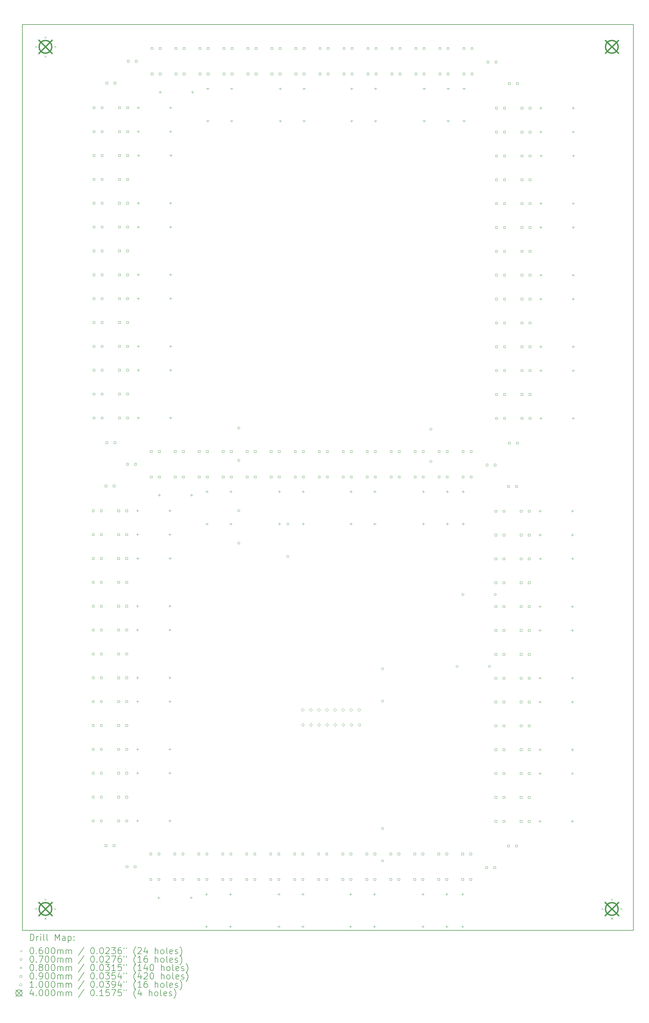
<source format=gbr>
%FSLAX45Y45*%
G04 Gerber Fmt 4.5, Leading zero omitted, Abs format (unit mm)*
G04 Created by KiCad (PCBNEW (6.0.6)) date 2022-10-07 01:41:09*
%MOMM*%
%LPD*%
G01*
G04 APERTURE LIST*
%TA.AperFunction,Profile*%
%ADD10C,0.150000*%
%TD*%
%ADD11C,0.200000*%
%ADD12C,0.060000*%
%ADD13C,0.070000*%
%ADD14C,0.080000*%
%ADD15C,0.090000*%
%ADD16C,0.100000*%
%ADD17C,0.400000*%
G04 APERTURE END LIST*
D10*
X49099987Y-21000000D02*
X29900000Y-21000000D01*
X29900000Y-21000000D02*
X29900000Y7474993D01*
X29900000Y7474993D02*
X49099987Y7474993D01*
X49099987Y7474993D02*
X49099987Y-21000000D01*
D11*
D12*
X30295000Y6804993D02*
X30355000Y6744993D01*
X30355000Y6804993D02*
X30295000Y6744993D01*
X30295000Y-20295007D02*
X30355000Y-20355007D01*
X30355000Y-20295007D02*
X30295000Y-20355007D01*
X30382868Y7017125D02*
X30442868Y6957125D01*
X30442868Y7017125D02*
X30382868Y6957125D01*
X30382868Y6592861D02*
X30442868Y6532861D01*
X30442868Y6592861D02*
X30382868Y6532861D01*
X30382868Y-20082875D02*
X30442868Y-20142875D01*
X30442868Y-20082875D02*
X30382868Y-20142875D01*
X30382868Y-20507139D02*
X30442868Y-20567139D01*
X30442868Y-20507139D02*
X30382868Y-20567139D01*
X30595000Y7104993D02*
X30655000Y7044993D01*
X30655000Y7104993D02*
X30595000Y7044993D01*
X30595000Y6504993D02*
X30655000Y6444993D01*
X30655000Y6504993D02*
X30595000Y6444993D01*
X30595000Y-19995007D02*
X30655000Y-20055007D01*
X30655000Y-19995007D02*
X30595000Y-20055007D01*
X30595000Y-20595007D02*
X30655000Y-20655007D01*
X30655000Y-20595007D02*
X30595000Y-20655007D01*
X30807132Y7017125D02*
X30867132Y6957125D01*
X30867132Y7017125D02*
X30807132Y6957125D01*
X30807132Y6592861D02*
X30867132Y6532861D01*
X30867132Y6592861D02*
X30807132Y6532861D01*
X30807132Y-20082875D02*
X30867132Y-20142875D01*
X30867132Y-20082875D02*
X30807132Y-20142875D01*
X30807132Y-20507139D02*
X30867132Y-20567139D01*
X30867132Y-20507139D02*
X30807132Y-20567139D01*
X30895000Y6804993D02*
X30955000Y6744993D01*
X30955000Y6804993D02*
X30895000Y6744993D01*
X30895000Y-20295007D02*
X30955000Y-20355007D01*
X30955000Y-20295007D02*
X30895000Y-20355007D01*
X48095000Y-20295007D02*
X48155000Y-20355007D01*
X48155000Y-20295007D02*
X48095000Y-20355007D01*
X48182868Y-20082875D02*
X48242868Y-20142875D01*
X48242868Y-20082875D02*
X48182868Y-20142875D01*
X48182868Y-20507139D02*
X48242868Y-20567139D01*
X48242868Y-20507139D02*
X48182868Y-20567139D01*
X48395000Y-19995007D02*
X48455000Y-20055007D01*
X48455000Y-19995007D02*
X48395000Y-20055007D01*
X48395000Y-20595007D02*
X48455000Y-20655007D01*
X48455000Y-20595007D02*
X48395000Y-20655007D01*
X48607132Y-20082875D02*
X48667132Y-20142875D01*
X48667132Y-20082875D02*
X48607132Y-20142875D01*
X48607132Y-20507139D02*
X48667132Y-20567139D01*
X48667132Y-20507139D02*
X48607132Y-20567139D01*
X48695000Y-20295007D02*
X48755000Y-20355007D01*
X48755000Y-20295007D02*
X48695000Y-20355007D01*
D13*
X36735000Y-5207000D02*
G75*
G03*
X36735000Y-5207000I-35000J0D01*
G01*
X36735000Y-6223000D02*
G75*
G03*
X36735000Y-6223000I-35000J0D01*
G01*
X36735000Y-7807000D02*
G75*
G03*
X36735000Y-7807000I-35000J0D01*
G01*
X36735000Y-8823000D02*
G75*
G03*
X36735000Y-8823000I-35000J0D01*
G01*
X38275000Y-8227000D02*
G75*
G03*
X38275000Y-8227000I-35000J0D01*
G01*
X38275000Y-9243000D02*
G75*
G03*
X38275000Y-9243000I-35000J0D01*
G01*
X41255000Y-12777000D02*
G75*
G03*
X41255000Y-12777000I-35000J0D01*
G01*
X41255000Y-13793000D02*
G75*
G03*
X41255000Y-13793000I-35000J0D01*
G01*
X41255000Y-17797000D02*
G75*
G03*
X41255000Y-17797000I-35000J0D01*
G01*
X41255000Y-18813000D02*
G75*
G03*
X41255000Y-18813000I-35000J0D01*
G01*
X42775000Y-5244000D02*
G75*
G03*
X42775000Y-5244000I-35000J0D01*
G01*
X42775000Y-6260000D02*
G75*
G03*
X42775000Y-6260000I-35000J0D01*
G01*
X43599000Y-12700000D02*
G75*
G03*
X43599000Y-12700000I-35000J0D01*
G01*
X43779000Y-10440000D02*
G75*
G03*
X43779000Y-10440000I-35000J0D01*
G01*
X44615000Y-12700000D02*
G75*
G03*
X44615000Y-12700000I-35000J0D01*
G01*
X44795000Y-10440000D02*
G75*
G03*
X44795000Y-10440000I-35000J0D01*
G01*
D14*
X33517004Y-7764508D02*
X33517004Y-7844508D01*
X33477004Y-7804508D02*
X33557004Y-7804508D01*
X33517004Y-8514508D02*
X33517004Y-8594508D01*
X33477004Y-8554508D02*
X33557004Y-8554508D01*
X33517004Y-10764508D02*
X33517004Y-10844508D01*
X33477004Y-10804508D02*
X33557004Y-10804508D01*
X33517004Y-11514508D02*
X33517004Y-11594508D01*
X33477004Y-11554508D02*
X33557004Y-11554508D01*
X33517004Y-13014508D02*
X33517004Y-13094508D01*
X33477004Y-13054508D02*
X33557004Y-13054508D01*
X33517004Y-13764508D02*
X33517004Y-13844508D01*
X33477004Y-13804508D02*
X33557004Y-13804508D01*
X33517004Y-15264508D02*
X33517004Y-15344508D01*
X33477004Y-15304508D02*
X33557004Y-15304508D01*
X33517004Y-16014508D02*
X33517004Y-16094508D01*
X33477004Y-16054508D02*
X33557004Y-16054508D01*
X33517004Y-17514508D02*
X33517004Y-17594508D01*
X33477004Y-17554508D02*
X33557004Y-17554508D01*
X33525004Y-9264508D02*
X33525004Y-9344508D01*
X33485004Y-9304508D02*
X33565004Y-9304508D01*
X33542000Y4902493D02*
X33542000Y4822493D01*
X33502000Y4862493D02*
X33582000Y4862493D01*
X33542000Y4152493D02*
X33542000Y4072493D01*
X33502000Y4112493D02*
X33582000Y4112493D01*
X33542000Y1902493D02*
X33542000Y1822493D01*
X33502000Y1862493D02*
X33582000Y1862493D01*
X33542000Y1152493D02*
X33542000Y1072493D01*
X33502000Y1112493D02*
X33582000Y1112493D01*
X33542000Y-347507D02*
X33542000Y-427507D01*
X33502000Y-387507D02*
X33582000Y-387507D01*
X33542000Y-1097507D02*
X33542000Y-1177507D01*
X33502000Y-1137507D02*
X33582000Y-1137507D01*
X33542000Y-2597507D02*
X33542000Y-2677507D01*
X33502000Y-2637507D02*
X33582000Y-2637507D01*
X33542000Y-3347507D02*
X33542000Y-3427507D01*
X33502000Y-3387507D02*
X33582000Y-3387507D01*
X33542000Y-4847507D02*
X33542000Y-4927507D01*
X33502000Y-4887507D02*
X33582000Y-4887507D01*
X33550000Y3402493D02*
X33550000Y3322493D01*
X33510000Y3362493D02*
X33590000Y3362493D01*
X34186500Y-19929257D02*
X34186500Y-20009257D01*
X34146500Y-19969257D02*
X34226500Y-19969257D01*
X34200000Y-7277007D02*
X34200000Y-7357007D01*
X34160000Y-7317007D02*
X34240000Y-7317007D01*
X34224996Y5389993D02*
X34224996Y5309993D01*
X34184996Y5349993D02*
X34264996Y5349993D01*
X34533004Y-7764508D02*
X34533004Y-7844508D01*
X34493004Y-7804508D02*
X34573004Y-7804508D01*
X34533004Y-8514508D02*
X34533004Y-8594508D01*
X34493004Y-8554508D02*
X34573004Y-8554508D01*
X34533004Y-10764508D02*
X34533004Y-10844508D01*
X34493004Y-10804508D02*
X34573004Y-10804508D01*
X34533004Y-11514508D02*
X34533004Y-11594508D01*
X34493004Y-11554508D02*
X34573004Y-11554508D01*
X34533004Y-13014508D02*
X34533004Y-13094508D01*
X34493004Y-13054508D02*
X34573004Y-13054508D01*
X34533004Y-13764508D02*
X34533004Y-13844508D01*
X34493004Y-13804508D02*
X34573004Y-13804508D01*
X34533004Y-15264508D02*
X34533004Y-15344508D01*
X34493004Y-15304508D02*
X34573004Y-15304508D01*
X34533004Y-16014508D02*
X34533004Y-16094508D01*
X34493004Y-16054508D02*
X34573004Y-16054508D01*
X34533004Y-17514508D02*
X34533004Y-17594508D01*
X34493004Y-17554508D02*
X34573004Y-17554508D01*
X34541004Y-9264508D02*
X34541004Y-9344508D01*
X34501004Y-9304508D02*
X34581004Y-9304508D01*
X34558000Y4902493D02*
X34558000Y4822493D01*
X34518000Y4862493D02*
X34598000Y4862493D01*
X34558000Y4152493D02*
X34558000Y4072493D01*
X34518000Y4112493D02*
X34598000Y4112493D01*
X34558000Y1902493D02*
X34558000Y1822493D01*
X34518000Y1862493D02*
X34598000Y1862493D01*
X34558000Y1152493D02*
X34558000Y1072493D01*
X34518000Y1112493D02*
X34598000Y1112493D01*
X34558000Y-347507D02*
X34558000Y-427507D01*
X34518000Y-387507D02*
X34598000Y-387507D01*
X34558000Y-1097507D02*
X34558000Y-1177507D01*
X34518000Y-1137507D02*
X34598000Y-1137507D01*
X34558000Y-2597507D02*
X34558000Y-2677507D01*
X34518000Y-2637507D02*
X34598000Y-2637507D01*
X34558000Y-3347507D02*
X34558000Y-3427507D01*
X34518000Y-3387507D02*
X34598000Y-3387507D01*
X34558000Y-4847507D02*
X34558000Y-4927507D01*
X34518000Y-4887507D02*
X34598000Y-4887507D01*
X34566000Y3402493D02*
X34566000Y3322493D01*
X34526000Y3362493D02*
X34606000Y3362493D01*
X35202500Y-19929257D02*
X35202500Y-20009257D01*
X35162500Y-19969257D02*
X35242500Y-19969257D01*
X35216000Y-7277007D02*
X35216000Y-7357007D01*
X35176000Y-7317007D02*
X35256000Y-7317007D01*
X35240996Y5389993D02*
X35240996Y5309993D01*
X35200996Y5349993D02*
X35280996Y5349993D01*
X35686500Y-19821257D02*
X35686500Y-19901257D01*
X35646500Y-19861257D02*
X35726500Y-19861257D01*
X35686500Y-20837257D02*
X35686500Y-20917257D01*
X35646500Y-20877257D02*
X35726500Y-20877257D01*
X35700000Y-7169007D02*
X35700000Y-7249007D01*
X35660000Y-7209007D02*
X35740000Y-7209007D01*
X35700000Y-8185007D02*
X35700000Y-8265007D01*
X35660000Y-8225007D02*
X35740000Y-8225007D01*
X35724996Y5497993D02*
X35724996Y5417993D01*
X35684996Y5457993D02*
X35764996Y5457993D01*
X35724996Y4481993D02*
X35724996Y4401993D01*
X35684996Y4441993D02*
X35764996Y4441993D01*
X36436500Y-19821257D02*
X36436500Y-19901257D01*
X36396500Y-19861257D02*
X36476500Y-19861257D01*
X36436500Y-20837257D02*
X36436500Y-20917257D01*
X36396500Y-20877257D02*
X36476500Y-20877257D01*
X36450000Y-7169007D02*
X36450000Y-7249007D01*
X36410000Y-7209007D02*
X36490000Y-7209007D01*
X36450000Y-8185007D02*
X36450000Y-8265007D01*
X36410000Y-8225007D02*
X36490000Y-8225007D01*
X36474996Y5497993D02*
X36474996Y5417993D01*
X36434996Y5457993D02*
X36514996Y5457993D01*
X36474996Y4481993D02*
X36474996Y4401993D01*
X36434996Y4441993D02*
X36514996Y4441993D01*
X37961500Y-19821257D02*
X37961500Y-19901257D01*
X37921500Y-19861257D02*
X38001500Y-19861257D01*
X37961500Y-20837257D02*
X37961500Y-20917257D01*
X37921500Y-20877257D02*
X38001500Y-20877257D01*
X37975000Y-7169007D02*
X37975000Y-7249007D01*
X37935000Y-7209007D02*
X38015000Y-7209007D01*
X37975000Y-8185007D02*
X37975000Y-8265007D01*
X37935000Y-8225007D02*
X38015000Y-8225007D01*
X37999996Y5497993D02*
X37999996Y5417993D01*
X37959996Y5457993D02*
X38039996Y5457993D01*
X37999996Y4481993D02*
X37999996Y4401993D01*
X37959996Y4441993D02*
X38039996Y4441993D01*
X38711500Y-19821257D02*
X38711500Y-19901257D01*
X38671500Y-19861257D02*
X38751500Y-19861257D01*
X38711500Y-20837257D02*
X38711500Y-20917257D01*
X38671500Y-20877257D02*
X38751500Y-20877257D01*
X38725000Y-7169007D02*
X38725000Y-7249007D01*
X38685000Y-7209007D02*
X38765000Y-7209007D01*
X38725000Y-8185007D02*
X38725000Y-8265007D01*
X38685000Y-8225007D02*
X38765000Y-8225007D01*
X38749996Y5497993D02*
X38749996Y5417993D01*
X38709996Y5457993D02*
X38789996Y5457993D01*
X38749996Y4481993D02*
X38749996Y4401993D01*
X38709996Y4441993D02*
X38789996Y4441993D01*
X40211500Y-19821257D02*
X40211500Y-19901257D01*
X40171500Y-19861257D02*
X40251500Y-19861257D01*
X40211500Y-20837257D02*
X40211500Y-20917257D01*
X40171500Y-20877257D02*
X40251500Y-20877257D01*
X40225000Y-7169007D02*
X40225000Y-7249007D01*
X40185000Y-7209007D02*
X40265000Y-7209007D01*
X40225000Y-8185007D02*
X40225000Y-8265007D01*
X40185000Y-8225007D02*
X40265000Y-8225007D01*
X40249996Y5497993D02*
X40249996Y5417993D01*
X40209996Y5457993D02*
X40289996Y5457993D01*
X40249996Y4481993D02*
X40249996Y4401993D01*
X40209996Y4441993D02*
X40289996Y4441993D01*
X40961500Y-19821257D02*
X40961500Y-19901257D01*
X40921500Y-19861257D02*
X41001500Y-19861257D01*
X40961500Y-20837257D02*
X40961500Y-20917257D01*
X40921500Y-20877257D02*
X41001500Y-20877257D01*
X40975000Y-7169007D02*
X40975000Y-7249007D01*
X40935000Y-7209007D02*
X41015000Y-7209007D01*
X40975000Y-8185007D02*
X40975000Y-8265007D01*
X40935000Y-8225007D02*
X41015000Y-8225007D01*
X40999996Y5497993D02*
X40999996Y5417993D01*
X40959996Y5457993D02*
X41039996Y5457993D01*
X40999996Y4481993D02*
X40999996Y4401993D01*
X40959996Y4441993D02*
X41039996Y4441993D01*
X42486500Y-19821257D02*
X42486500Y-19901257D01*
X42446500Y-19861257D02*
X42526500Y-19861257D01*
X42486500Y-20837257D02*
X42486500Y-20917257D01*
X42446500Y-20877257D02*
X42526500Y-20877257D01*
X42500000Y-7169007D02*
X42500000Y-7249007D01*
X42460000Y-7209007D02*
X42540000Y-7209007D01*
X42500000Y-8185007D02*
X42500000Y-8265007D01*
X42460000Y-8225007D02*
X42540000Y-8225007D01*
X42524996Y5497993D02*
X42524996Y5417993D01*
X42484996Y5457993D02*
X42564996Y5457993D01*
X42524996Y4481993D02*
X42524996Y4401993D01*
X42484996Y4441993D02*
X42564996Y4441993D01*
X43236500Y-19821257D02*
X43236500Y-19901257D01*
X43196500Y-19861257D02*
X43276500Y-19861257D01*
X43236500Y-20837257D02*
X43236500Y-20917257D01*
X43196500Y-20877257D02*
X43276500Y-20877257D01*
X43250000Y-7169007D02*
X43250000Y-7249007D01*
X43210000Y-7209007D02*
X43290000Y-7209007D01*
X43250000Y-8185007D02*
X43250000Y-8265007D01*
X43210000Y-8225007D02*
X43290000Y-8225007D01*
X43274996Y5497993D02*
X43274996Y5417993D01*
X43234996Y5457993D02*
X43314996Y5457993D01*
X43274996Y4481993D02*
X43274996Y4401993D01*
X43234996Y4441993D02*
X43314996Y4441993D01*
X43736500Y-19821257D02*
X43736500Y-19901257D01*
X43696500Y-19861257D02*
X43776500Y-19861257D01*
X43736500Y-20837257D02*
X43736500Y-20917257D01*
X43696500Y-20877257D02*
X43776500Y-20877257D01*
X43750000Y-7169007D02*
X43750000Y-7249007D01*
X43710000Y-7209007D02*
X43790000Y-7209007D01*
X43750000Y-8185007D02*
X43750000Y-8265007D01*
X43710000Y-8225007D02*
X43790000Y-8225007D01*
X43774996Y5497993D02*
X43774996Y5417993D01*
X43734996Y5457993D02*
X43814996Y5457993D01*
X43774996Y4481993D02*
X43774996Y4401993D01*
X43734996Y4441993D02*
X43814996Y4441993D01*
X46167000Y-7777007D02*
X46167000Y-7857007D01*
X46127000Y-7817007D02*
X46207000Y-7817007D01*
X46167000Y-8527007D02*
X46167000Y-8607007D01*
X46127000Y-8567007D02*
X46207000Y-8567007D01*
X46167000Y-10777007D02*
X46167000Y-10857007D01*
X46127000Y-10817007D02*
X46207000Y-10817007D01*
X46167000Y-11527007D02*
X46167000Y-11607007D01*
X46127000Y-11567007D02*
X46207000Y-11567007D01*
X46167000Y-13027007D02*
X46167000Y-13107007D01*
X46127000Y-13067007D02*
X46207000Y-13067007D01*
X46167000Y-13777007D02*
X46167000Y-13857007D01*
X46127000Y-13817007D02*
X46207000Y-13817007D01*
X46167000Y-15277007D02*
X46167000Y-15357007D01*
X46127000Y-15317007D02*
X46207000Y-15317007D01*
X46167000Y-16027007D02*
X46167000Y-16107007D01*
X46127000Y-16067007D02*
X46207000Y-16067007D01*
X46167000Y-17527007D02*
X46167000Y-17607007D01*
X46127000Y-17567007D02*
X46207000Y-17567007D01*
X46175000Y-9277007D02*
X46175000Y-9357007D01*
X46135000Y-9317007D02*
X46215000Y-9317007D01*
X46191996Y4889993D02*
X46191996Y4809993D01*
X46151996Y4849993D02*
X46231996Y4849993D01*
X46191996Y4139993D02*
X46191996Y4059993D01*
X46151996Y4099993D02*
X46231996Y4099993D01*
X46191996Y1889993D02*
X46191996Y1809993D01*
X46151996Y1849993D02*
X46231996Y1849993D01*
X46191996Y1139993D02*
X46191996Y1059993D01*
X46151996Y1099993D02*
X46231996Y1099993D01*
X46191996Y-360007D02*
X46191996Y-440007D01*
X46151996Y-400007D02*
X46231996Y-400007D01*
X46191996Y-1110007D02*
X46191996Y-1190007D01*
X46151996Y-1150007D02*
X46231996Y-1150007D01*
X46191996Y-2610007D02*
X46191996Y-2690007D01*
X46151996Y-2650007D02*
X46231996Y-2650007D01*
X46191996Y-3360007D02*
X46191996Y-3440007D01*
X46151996Y-3400007D02*
X46231996Y-3400007D01*
X46191996Y-4860007D02*
X46191996Y-4940007D01*
X46151996Y-4900007D02*
X46231996Y-4900007D01*
X46199996Y3389993D02*
X46199996Y3309993D01*
X46159996Y3349993D02*
X46239996Y3349993D01*
X47183000Y-7777007D02*
X47183000Y-7857007D01*
X47143000Y-7817007D02*
X47223000Y-7817007D01*
X47183000Y-8527007D02*
X47183000Y-8607007D01*
X47143000Y-8567007D02*
X47223000Y-8567007D01*
X47183000Y-10777007D02*
X47183000Y-10857007D01*
X47143000Y-10817007D02*
X47223000Y-10817007D01*
X47183000Y-11527007D02*
X47183000Y-11607007D01*
X47143000Y-11567007D02*
X47223000Y-11567007D01*
X47183000Y-13027007D02*
X47183000Y-13107007D01*
X47143000Y-13067007D02*
X47223000Y-13067007D01*
X47183000Y-13777007D02*
X47183000Y-13857007D01*
X47143000Y-13817007D02*
X47223000Y-13817007D01*
X47183000Y-15277007D02*
X47183000Y-15357007D01*
X47143000Y-15317007D02*
X47223000Y-15317007D01*
X47183000Y-16027007D02*
X47183000Y-16107007D01*
X47143000Y-16067007D02*
X47223000Y-16067007D01*
X47183000Y-17527007D02*
X47183000Y-17607007D01*
X47143000Y-17567007D02*
X47223000Y-17567007D01*
X47191000Y-9277007D02*
X47191000Y-9357007D01*
X47151000Y-9317007D02*
X47231000Y-9317007D01*
X47207996Y4889993D02*
X47207996Y4809993D01*
X47167996Y4849993D02*
X47247996Y4849993D01*
X47207996Y4139993D02*
X47207996Y4059993D01*
X47167996Y4099993D02*
X47247996Y4099993D01*
X47207996Y1889993D02*
X47207996Y1809993D01*
X47167996Y1849993D02*
X47247996Y1849993D01*
X47207996Y1139993D02*
X47207996Y1059993D01*
X47167996Y1099993D02*
X47247996Y1099993D01*
X47207996Y-360007D02*
X47207996Y-440007D01*
X47167996Y-400007D02*
X47247996Y-400007D01*
X47207996Y-1110007D02*
X47207996Y-1190007D01*
X47167996Y-1150007D02*
X47247996Y-1150007D01*
X47207996Y-2610007D02*
X47207996Y-2690007D01*
X47167996Y-2650007D02*
X47247996Y-2650007D01*
X47207996Y-3360007D02*
X47207996Y-3440007D01*
X47167996Y-3400007D02*
X47247996Y-3400007D01*
X47207996Y-4860007D02*
X47207996Y-4940007D01*
X47167996Y-4900007D02*
X47247996Y-4900007D01*
X47215996Y3389993D02*
X47215996Y3309993D01*
X47175996Y3349993D02*
X47255996Y3349993D01*
D15*
X32155324Y-7836328D02*
X32155324Y-7772688D01*
X32091684Y-7772688D01*
X32091684Y-7836328D01*
X32155324Y-7836328D01*
X32155324Y-8586328D02*
X32155324Y-8522688D01*
X32091684Y-8522688D01*
X32091684Y-8586328D01*
X32155324Y-8586328D01*
X32155324Y-9336328D02*
X32155324Y-9272688D01*
X32091684Y-9272688D01*
X32091684Y-9336328D01*
X32155324Y-9336328D01*
X32155324Y-10086328D02*
X32155324Y-10022688D01*
X32091684Y-10022688D01*
X32091684Y-10086328D01*
X32155324Y-10086328D01*
X32155324Y-10836328D02*
X32155324Y-10772688D01*
X32091684Y-10772688D01*
X32091684Y-10836328D01*
X32155324Y-10836328D01*
X32155324Y-11586328D02*
X32155324Y-11522688D01*
X32091684Y-11522688D01*
X32091684Y-11586328D01*
X32155324Y-11586328D01*
X32155324Y-12336328D02*
X32155324Y-12272688D01*
X32091684Y-12272688D01*
X32091684Y-12336328D01*
X32155324Y-12336328D01*
X32155324Y-13086328D02*
X32155324Y-13022688D01*
X32091684Y-13022688D01*
X32091684Y-13086328D01*
X32155324Y-13086328D01*
X32155324Y-13836328D02*
X32155324Y-13772688D01*
X32091684Y-13772688D01*
X32091684Y-13836328D01*
X32155324Y-13836328D01*
X32155324Y-14586328D02*
X32155324Y-14522688D01*
X32091684Y-14522688D01*
X32091684Y-14586328D01*
X32155324Y-14586328D01*
X32155324Y-15336328D02*
X32155324Y-15272688D01*
X32091684Y-15272688D01*
X32091684Y-15336328D01*
X32155324Y-15336328D01*
X32155324Y-16086328D02*
X32155324Y-16022688D01*
X32091684Y-16022688D01*
X32091684Y-16086328D01*
X32155324Y-16086328D01*
X32155324Y-16836328D02*
X32155324Y-16772688D01*
X32091684Y-16772688D01*
X32091684Y-16836328D01*
X32155324Y-16836328D01*
X32155324Y-17586328D02*
X32155324Y-17522688D01*
X32091684Y-17522688D01*
X32091684Y-17586328D01*
X32155324Y-17586328D01*
X32180320Y4830673D02*
X32180320Y4894313D01*
X32116680Y4894313D01*
X32116680Y4830673D01*
X32180320Y4830673D01*
X32180320Y4080672D02*
X32180320Y4144313D01*
X32116680Y4144313D01*
X32116680Y4080672D01*
X32180320Y4080672D01*
X32180320Y3330672D02*
X32180320Y3394313D01*
X32116680Y3394313D01*
X32116680Y3330672D01*
X32180320Y3330672D01*
X32180320Y2580673D02*
X32180320Y2644313D01*
X32116680Y2644313D01*
X32116680Y2580673D01*
X32180320Y2580673D01*
X32180320Y1830672D02*
X32180320Y1894313D01*
X32116680Y1894313D01*
X32116680Y1830672D01*
X32180320Y1830672D01*
X32180320Y1080673D02*
X32180320Y1144313D01*
X32116680Y1144313D01*
X32116680Y1080673D01*
X32180320Y1080673D01*
X32180320Y330673D02*
X32180320Y394313D01*
X32116680Y394313D01*
X32116680Y330673D01*
X32180320Y330673D01*
X32180320Y-419327D02*
X32180320Y-355687D01*
X32116680Y-355687D01*
X32116680Y-419327D01*
X32180320Y-419327D01*
X32180320Y-1169328D02*
X32180320Y-1105687D01*
X32116680Y-1105687D01*
X32116680Y-1169328D01*
X32180320Y-1169328D01*
X32180320Y-1919327D02*
X32180320Y-1855687D01*
X32116680Y-1855687D01*
X32116680Y-1919327D01*
X32180320Y-1919327D01*
X32180320Y-2669328D02*
X32180320Y-2605687D01*
X32116680Y-2605687D01*
X32116680Y-2669328D01*
X32180320Y-2669328D01*
X32180320Y-3419327D02*
X32180320Y-3355687D01*
X32116680Y-3355687D01*
X32116680Y-3419327D01*
X32180320Y-3419327D01*
X32180320Y-4169327D02*
X32180320Y-4105687D01*
X32116680Y-4105687D01*
X32116680Y-4169327D01*
X32180320Y-4169327D01*
X32180320Y-4919328D02*
X32180320Y-4855687D01*
X32116680Y-4855687D01*
X32116680Y-4919328D01*
X32180320Y-4919328D01*
X32409324Y-7836328D02*
X32409324Y-7772688D01*
X32345684Y-7772688D01*
X32345684Y-7836328D01*
X32409324Y-7836328D01*
X32409324Y-8586328D02*
X32409324Y-8522688D01*
X32345684Y-8522688D01*
X32345684Y-8586328D01*
X32409324Y-8586328D01*
X32409324Y-9336328D02*
X32409324Y-9272688D01*
X32345684Y-9272688D01*
X32345684Y-9336328D01*
X32409324Y-9336328D01*
X32409324Y-10086328D02*
X32409324Y-10022688D01*
X32345684Y-10022688D01*
X32345684Y-10086328D01*
X32409324Y-10086328D01*
X32409324Y-10836328D02*
X32409324Y-10772688D01*
X32345684Y-10772688D01*
X32345684Y-10836328D01*
X32409324Y-10836328D01*
X32409324Y-11586328D02*
X32409324Y-11522688D01*
X32345684Y-11522688D01*
X32345684Y-11586328D01*
X32409324Y-11586328D01*
X32409324Y-12336328D02*
X32409324Y-12272688D01*
X32345684Y-12272688D01*
X32345684Y-12336328D01*
X32409324Y-12336328D01*
X32409324Y-13086328D02*
X32409324Y-13022688D01*
X32345684Y-13022688D01*
X32345684Y-13086328D01*
X32409324Y-13086328D01*
X32409324Y-13836328D02*
X32409324Y-13772688D01*
X32345684Y-13772688D01*
X32345684Y-13836328D01*
X32409324Y-13836328D01*
X32409324Y-14586328D02*
X32409324Y-14522688D01*
X32345684Y-14522688D01*
X32345684Y-14586328D01*
X32409324Y-14586328D01*
X32409324Y-15336328D02*
X32409324Y-15272688D01*
X32345684Y-15272688D01*
X32345684Y-15336328D01*
X32409324Y-15336328D01*
X32409324Y-16086328D02*
X32409324Y-16022688D01*
X32345684Y-16022688D01*
X32345684Y-16086328D01*
X32409324Y-16086328D01*
X32409324Y-16836328D02*
X32409324Y-16772688D01*
X32345684Y-16772688D01*
X32345684Y-16836328D01*
X32409324Y-16836328D01*
X32409324Y-17586328D02*
X32409324Y-17522688D01*
X32345684Y-17522688D01*
X32345684Y-17586328D01*
X32409324Y-17586328D01*
X32434320Y4830673D02*
X32434320Y4894313D01*
X32370680Y4894313D01*
X32370680Y4830673D01*
X32434320Y4830673D01*
X32434320Y4080672D02*
X32434320Y4144313D01*
X32370680Y4144313D01*
X32370680Y4080672D01*
X32434320Y4080672D01*
X32434320Y3330672D02*
X32434320Y3394313D01*
X32370680Y3394313D01*
X32370680Y3330672D01*
X32434320Y3330672D01*
X32434320Y2580673D02*
X32434320Y2644313D01*
X32370680Y2644313D01*
X32370680Y2580673D01*
X32434320Y2580673D01*
X32434320Y1830672D02*
X32434320Y1894313D01*
X32370680Y1894313D01*
X32370680Y1830672D01*
X32434320Y1830672D01*
X32434320Y1080673D02*
X32434320Y1144313D01*
X32370680Y1144313D01*
X32370680Y1080673D01*
X32434320Y1080673D01*
X32434320Y330673D02*
X32434320Y394313D01*
X32370680Y394313D01*
X32370680Y330673D01*
X32434320Y330673D01*
X32434320Y-419327D02*
X32434320Y-355687D01*
X32370680Y-355687D01*
X32370680Y-419327D01*
X32434320Y-419327D01*
X32434320Y-1169328D02*
X32434320Y-1105687D01*
X32370680Y-1105687D01*
X32370680Y-1169328D01*
X32434320Y-1169328D01*
X32434320Y-1919327D02*
X32434320Y-1855687D01*
X32370680Y-1855687D01*
X32370680Y-1919327D01*
X32434320Y-1919327D01*
X32434320Y-2669328D02*
X32434320Y-2605687D01*
X32370680Y-2605687D01*
X32370680Y-2669328D01*
X32434320Y-2669328D01*
X32434320Y-3419327D02*
X32434320Y-3355687D01*
X32370680Y-3355687D01*
X32370680Y-3419327D01*
X32434320Y-3419327D01*
X32434320Y-4169327D02*
X32434320Y-4105687D01*
X32370680Y-4105687D01*
X32370680Y-4169327D01*
X32434320Y-4169327D01*
X32434320Y-4919328D02*
X32434320Y-4855687D01*
X32370680Y-4855687D01*
X32370680Y-4919328D01*
X32434320Y-4919328D01*
X32555324Y-7061328D02*
X32555324Y-6997688D01*
X32491684Y-6997688D01*
X32491684Y-7061328D01*
X32555324Y-7061328D01*
X32555324Y-18361328D02*
X32555324Y-18297688D01*
X32491684Y-18297688D01*
X32491684Y-18361328D01*
X32555324Y-18361328D01*
X32580320Y5605672D02*
X32580320Y5669313D01*
X32516680Y5669313D01*
X32516680Y5605672D01*
X32580320Y5605672D01*
X32580320Y-5694327D02*
X32580320Y-5630687D01*
X32516680Y-5630687D01*
X32516680Y-5694327D01*
X32580320Y-5694327D01*
X32809324Y-7061328D02*
X32809324Y-6997688D01*
X32745684Y-6997688D01*
X32745684Y-7061328D01*
X32809324Y-7061328D01*
X32809324Y-18361328D02*
X32809324Y-18297688D01*
X32745684Y-18297688D01*
X32745684Y-18361328D01*
X32809324Y-18361328D01*
X32834320Y5605672D02*
X32834320Y5669313D01*
X32770680Y5669313D01*
X32770680Y5605672D01*
X32834320Y5605672D01*
X32834320Y-5694327D02*
X32834320Y-5630687D01*
X32770680Y-5630687D01*
X32770680Y-5694327D01*
X32834320Y-5694327D01*
X32955324Y-7836328D02*
X32955324Y-7772688D01*
X32891684Y-7772688D01*
X32891684Y-7836328D01*
X32955324Y-7836328D01*
X32955324Y-8586328D02*
X32955324Y-8522688D01*
X32891684Y-8522688D01*
X32891684Y-8586328D01*
X32955324Y-8586328D01*
X32955324Y-9336328D02*
X32955324Y-9272688D01*
X32891684Y-9272688D01*
X32891684Y-9336328D01*
X32955324Y-9336328D01*
X32955324Y-10086328D02*
X32955324Y-10022688D01*
X32891684Y-10022688D01*
X32891684Y-10086328D01*
X32955324Y-10086328D01*
X32955324Y-10836328D02*
X32955324Y-10772688D01*
X32891684Y-10772688D01*
X32891684Y-10836328D01*
X32955324Y-10836328D01*
X32955324Y-11586328D02*
X32955324Y-11522688D01*
X32891684Y-11522688D01*
X32891684Y-11586328D01*
X32955324Y-11586328D01*
X32955324Y-12336328D02*
X32955324Y-12272688D01*
X32891684Y-12272688D01*
X32891684Y-12336328D01*
X32955324Y-12336328D01*
X32955324Y-13086328D02*
X32955324Y-13022688D01*
X32891684Y-13022688D01*
X32891684Y-13086328D01*
X32955324Y-13086328D01*
X32955324Y-13836328D02*
X32955324Y-13772688D01*
X32891684Y-13772688D01*
X32891684Y-13836328D01*
X32955324Y-13836328D01*
X32955324Y-14586328D02*
X32955324Y-14522688D01*
X32891684Y-14522688D01*
X32891684Y-14586328D01*
X32955324Y-14586328D01*
X32955324Y-15336328D02*
X32955324Y-15272688D01*
X32891684Y-15272688D01*
X32891684Y-15336328D01*
X32955324Y-15336328D01*
X32955324Y-16086328D02*
X32955324Y-16022688D01*
X32891684Y-16022688D01*
X32891684Y-16086328D01*
X32955324Y-16086328D01*
X32955324Y-16836328D02*
X32955324Y-16772688D01*
X32891684Y-16772688D01*
X32891684Y-16836328D01*
X32955324Y-16836328D01*
X32955324Y-17586328D02*
X32955324Y-17522688D01*
X32891684Y-17522688D01*
X32891684Y-17586328D01*
X32955324Y-17586328D01*
X32980320Y4830673D02*
X32980320Y4894313D01*
X32916680Y4894313D01*
X32916680Y4830673D01*
X32980320Y4830673D01*
X32980320Y4080672D02*
X32980320Y4144313D01*
X32916680Y4144313D01*
X32916680Y4080672D01*
X32980320Y4080672D01*
X32980320Y3330672D02*
X32980320Y3394313D01*
X32916680Y3394313D01*
X32916680Y3330672D01*
X32980320Y3330672D01*
X32980320Y2580673D02*
X32980320Y2644313D01*
X32916680Y2644313D01*
X32916680Y2580673D01*
X32980320Y2580673D01*
X32980320Y1830672D02*
X32980320Y1894313D01*
X32916680Y1894313D01*
X32916680Y1830672D01*
X32980320Y1830672D01*
X32980320Y1080673D02*
X32980320Y1144313D01*
X32916680Y1144313D01*
X32916680Y1080673D01*
X32980320Y1080673D01*
X32980320Y330673D02*
X32980320Y394313D01*
X32916680Y394313D01*
X32916680Y330673D01*
X32980320Y330673D01*
X32980320Y-419327D02*
X32980320Y-355687D01*
X32916680Y-355687D01*
X32916680Y-419327D01*
X32980320Y-419327D01*
X32980320Y-1169328D02*
X32980320Y-1105687D01*
X32916680Y-1105687D01*
X32916680Y-1169328D01*
X32980320Y-1169328D01*
X32980320Y-1919327D02*
X32980320Y-1855687D01*
X32916680Y-1855687D01*
X32916680Y-1919327D01*
X32980320Y-1919327D01*
X32980320Y-2669328D02*
X32980320Y-2605687D01*
X32916680Y-2605687D01*
X32916680Y-2669328D01*
X32980320Y-2669328D01*
X32980320Y-3419327D02*
X32980320Y-3355687D01*
X32916680Y-3355687D01*
X32916680Y-3419327D01*
X32980320Y-3419327D01*
X32980320Y-4169327D02*
X32980320Y-4105687D01*
X32916680Y-4105687D01*
X32916680Y-4169327D01*
X32980320Y-4169327D01*
X32980320Y-4919328D02*
X32980320Y-4855687D01*
X32916680Y-4855687D01*
X32916680Y-4919328D01*
X32980320Y-4919328D01*
X33209324Y-7836328D02*
X33209324Y-7772688D01*
X33145684Y-7772688D01*
X33145684Y-7836328D01*
X33209324Y-7836328D01*
X33209324Y-8586328D02*
X33209324Y-8522688D01*
X33145684Y-8522688D01*
X33145684Y-8586328D01*
X33209324Y-8586328D01*
X33209324Y-9336328D02*
X33209324Y-9272688D01*
X33145684Y-9272688D01*
X33145684Y-9336328D01*
X33209324Y-9336328D01*
X33209324Y-10086328D02*
X33209324Y-10022688D01*
X33145684Y-10022688D01*
X33145684Y-10086328D01*
X33209324Y-10086328D01*
X33209324Y-10836328D02*
X33209324Y-10772688D01*
X33145684Y-10772688D01*
X33145684Y-10836328D01*
X33209324Y-10836328D01*
X33209324Y-11586328D02*
X33209324Y-11522688D01*
X33145684Y-11522688D01*
X33145684Y-11586328D01*
X33209324Y-11586328D01*
X33209324Y-12336328D02*
X33209324Y-12272688D01*
X33145684Y-12272688D01*
X33145684Y-12336328D01*
X33209324Y-12336328D01*
X33209324Y-13086328D02*
X33209324Y-13022688D01*
X33145684Y-13022688D01*
X33145684Y-13086328D01*
X33209324Y-13086328D01*
X33209324Y-13836328D02*
X33209324Y-13772688D01*
X33145684Y-13772688D01*
X33145684Y-13836328D01*
X33209324Y-13836328D01*
X33209324Y-14586328D02*
X33209324Y-14522688D01*
X33145684Y-14522688D01*
X33145684Y-14586328D01*
X33209324Y-14586328D01*
X33209324Y-15336328D02*
X33209324Y-15272688D01*
X33145684Y-15272688D01*
X33145684Y-15336328D01*
X33209324Y-15336328D01*
X33209324Y-16086328D02*
X33209324Y-16022688D01*
X33145684Y-16022688D01*
X33145684Y-16086328D01*
X33209324Y-16086328D01*
X33209324Y-16836328D02*
X33209324Y-16772688D01*
X33145684Y-16772688D01*
X33145684Y-16836328D01*
X33209324Y-16836328D01*
X33209324Y-17586328D02*
X33209324Y-17522688D01*
X33145684Y-17522688D01*
X33145684Y-17586328D01*
X33209324Y-17586328D01*
X33216820Y-19026078D02*
X33216820Y-18962437D01*
X33153180Y-18962437D01*
X33153180Y-19026078D01*
X33216820Y-19026078D01*
X33230320Y-6373827D02*
X33230320Y-6310187D01*
X33166680Y-6310187D01*
X33166680Y-6373827D01*
X33230320Y-6373827D01*
X33234320Y4830673D02*
X33234320Y4894313D01*
X33170680Y4894313D01*
X33170680Y4830673D01*
X33234320Y4830673D01*
X33234320Y4080672D02*
X33234320Y4144313D01*
X33170680Y4144313D01*
X33170680Y4080672D01*
X33234320Y4080672D01*
X33234320Y3330672D02*
X33234320Y3394313D01*
X33170680Y3394313D01*
X33170680Y3330672D01*
X33234320Y3330672D01*
X33234320Y2580673D02*
X33234320Y2644313D01*
X33170680Y2644313D01*
X33170680Y2580673D01*
X33234320Y2580673D01*
X33234320Y1830672D02*
X33234320Y1894313D01*
X33170680Y1894313D01*
X33170680Y1830672D01*
X33234320Y1830672D01*
X33234320Y1080673D02*
X33234320Y1144313D01*
X33170680Y1144313D01*
X33170680Y1080673D01*
X33234320Y1080673D01*
X33234320Y330673D02*
X33234320Y394313D01*
X33170680Y394313D01*
X33170680Y330673D01*
X33234320Y330673D01*
X33234320Y-419327D02*
X33234320Y-355687D01*
X33170680Y-355687D01*
X33170680Y-419327D01*
X33234320Y-419327D01*
X33234320Y-1169328D02*
X33234320Y-1105687D01*
X33170680Y-1105687D01*
X33170680Y-1169328D01*
X33234320Y-1169328D01*
X33234320Y-1919327D02*
X33234320Y-1855687D01*
X33170680Y-1855687D01*
X33170680Y-1919327D01*
X33234320Y-1919327D01*
X33234320Y-2669328D02*
X33234320Y-2605687D01*
X33170680Y-2605687D01*
X33170680Y-2669328D01*
X33234320Y-2669328D01*
X33234320Y-3419327D02*
X33234320Y-3355687D01*
X33170680Y-3355687D01*
X33170680Y-3419327D01*
X33234320Y-3419327D01*
X33234320Y-4169327D02*
X33234320Y-4105687D01*
X33170680Y-4105687D01*
X33170680Y-4169327D01*
X33234320Y-4169327D01*
X33234320Y-4919328D02*
X33234320Y-4855687D01*
X33170680Y-4855687D01*
X33170680Y-4919328D01*
X33234320Y-4919328D01*
X33255316Y6293173D02*
X33255316Y6356813D01*
X33191676Y6356813D01*
X33191676Y6293173D01*
X33255316Y6293173D01*
X33470820Y-19026078D02*
X33470820Y-18962437D01*
X33407180Y-18962437D01*
X33407180Y-19026078D01*
X33470820Y-19026078D01*
X33484320Y-6373827D02*
X33484320Y-6310187D01*
X33420680Y-6310187D01*
X33420680Y-6373827D01*
X33484320Y-6373827D01*
X33509316Y6293173D02*
X33509316Y6356813D01*
X33445676Y6356813D01*
X33445676Y6293173D01*
X33509316Y6293173D01*
X33964320Y-18626078D02*
X33964320Y-18562437D01*
X33900680Y-18562437D01*
X33900680Y-18626078D01*
X33964320Y-18626078D01*
X33966820Y-19426078D02*
X33966820Y-19362437D01*
X33903180Y-19362437D01*
X33903180Y-19426078D01*
X33966820Y-19426078D01*
X33977820Y-5973827D02*
X33977820Y-5910187D01*
X33914180Y-5910187D01*
X33914180Y-5973827D01*
X33977820Y-5973827D01*
X33980320Y-6773827D02*
X33980320Y-6710187D01*
X33916680Y-6710187D01*
X33916680Y-6773827D01*
X33980320Y-6773827D01*
X34002816Y6693173D02*
X34002816Y6756813D01*
X33939176Y6756813D01*
X33939176Y6693173D01*
X34002816Y6693173D01*
X34005316Y5893173D02*
X34005316Y5956813D01*
X33941676Y5956813D01*
X33941676Y5893173D01*
X34005316Y5893173D01*
X34218320Y-18626078D02*
X34218320Y-18562437D01*
X34154680Y-18562437D01*
X34154680Y-18626078D01*
X34218320Y-18626078D01*
X34220820Y-19426078D02*
X34220820Y-19362437D01*
X34157180Y-19362437D01*
X34157180Y-19426078D01*
X34220820Y-19426078D01*
X34231820Y-5973827D02*
X34231820Y-5910187D01*
X34168180Y-5910187D01*
X34168180Y-5973827D01*
X34231820Y-5973827D01*
X34234320Y-6773827D02*
X34234320Y-6710187D01*
X34170680Y-6710187D01*
X34170680Y-6773827D01*
X34234320Y-6773827D01*
X34256816Y6693173D02*
X34256816Y6756813D01*
X34193176Y6756813D01*
X34193176Y6693173D01*
X34256816Y6693173D01*
X34259316Y5893173D02*
X34259316Y5956813D01*
X34195676Y5956813D01*
X34195676Y5893173D01*
X34259316Y5893173D01*
X34718320Y-18626078D02*
X34718320Y-18562437D01*
X34654680Y-18562437D01*
X34654680Y-18626078D01*
X34718320Y-18626078D01*
X34718320Y-19426078D02*
X34718320Y-19362437D01*
X34654680Y-19362437D01*
X34654680Y-19426078D01*
X34718320Y-19426078D01*
X34731820Y-5973827D02*
X34731820Y-5910187D01*
X34668180Y-5910187D01*
X34668180Y-5973827D01*
X34731820Y-5973827D01*
X34731820Y-6773827D02*
X34731820Y-6710187D01*
X34668180Y-6710187D01*
X34668180Y-6773827D01*
X34731820Y-6773827D01*
X34756816Y6693173D02*
X34756816Y6756813D01*
X34693176Y6756813D01*
X34693176Y6693173D01*
X34756816Y6693173D01*
X34756816Y5893173D02*
X34756816Y5956813D01*
X34693176Y5956813D01*
X34693176Y5893173D01*
X34756816Y5893173D01*
X34972320Y-18626078D02*
X34972320Y-18562437D01*
X34908680Y-18562437D01*
X34908680Y-18626078D01*
X34972320Y-18626078D01*
X34972320Y-19426078D02*
X34972320Y-19362437D01*
X34908680Y-19362437D01*
X34908680Y-19426078D01*
X34972320Y-19426078D01*
X34985820Y-5973827D02*
X34985820Y-5910187D01*
X34922180Y-5910187D01*
X34922180Y-5973827D01*
X34985820Y-5973827D01*
X34985820Y-6773827D02*
X34985820Y-6710187D01*
X34922180Y-6710187D01*
X34922180Y-6773827D01*
X34985820Y-6773827D01*
X35010816Y6693173D02*
X35010816Y6756813D01*
X34947176Y6756813D01*
X34947176Y6693173D01*
X35010816Y6693173D01*
X35010816Y5893173D02*
X35010816Y5956813D01*
X34947176Y5956813D01*
X34947176Y5893173D01*
X35010816Y5893173D01*
X35472320Y-18626078D02*
X35472320Y-18562437D01*
X35408680Y-18562437D01*
X35408680Y-18626078D01*
X35472320Y-18626078D01*
X35472320Y-19426078D02*
X35472320Y-19362437D01*
X35408680Y-19362437D01*
X35408680Y-19426078D01*
X35472320Y-19426078D01*
X35485820Y-5973827D02*
X35485820Y-5910187D01*
X35422180Y-5910187D01*
X35422180Y-5973827D01*
X35485820Y-5973827D01*
X35485820Y-6773827D02*
X35485820Y-6710187D01*
X35422180Y-6710187D01*
X35422180Y-6773827D01*
X35485820Y-6773827D01*
X35510816Y6693173D02*
X35510816Y6756813D01*
X35447176Y6756813D01*
X35447176Y6693173D01*
X35510816Y6693173D01*
X35510816Y5893173D02*
X35510816Y5956813D01*
X35447176Y5956813D01*
X35447176Y5893173D01*
X35510816Y5893173D01*
X35726320Y-18626078D02*
X35726320Y-18562437D01*
X35662680Y-18562437D01*
X35662680Y-18626078D01*
X35726320Y-18626078D01*
X35726320Y-19426078D02*
X35726320Y-19362437D01*
X35662680Y-19362437D01*
X35662680Y-19426078D01*
X35726320Y-19426078D01*
X35739820Y-5973827D02*
X35739820Y-5910187D01*
X35676180Y-5910187D01*
X35676180Y-5973827D01*
X35739820Y-5973827D01*
X35739820Y-6773827D02*
X35739820Y-6710187D01*
X35676180Y-6710187D01*
X35676180Y-6773827D01*
X35739820Y-6773827D01*
X35764816Y6693173D02*
X35764816Y6756813D01*
X35701176Y6756813D01*
X35701176Y6693173D01*
X35764816Y6693173D01*
X35764816Y5893173D02*
X35764816Y5956813D01*
X35701176Y5956813D01*
X35701176Y5893173D01*
X35764816Y5893173D01*
X36226320Y-18626078D02*
X36226320Y-18562437D01*
X36162680Y-18562437D01*
X36162680Y-18626078D01*
X36226320Y-18626078D01*
X36226320Y-19426078D02*
X36226320Y-19362437D01*
X36162680Y-19362437D01*
X36162680Y-19426078D01*
X36226320Y-19426078D01*
X36239820Y-5973827D02*
X36239820Y-5910187D01*
X36176180Y-5910187D01*
X36176180Y-5973827D01*
X36239820Y-5973827D01*
X36239820Y-6773827D02*
X36239820Y-6710187D01*
X36176180Y-6710187D01*
X36176180Y-6773827D01*
X36239820Y-6773827D01*
X36264816Y6693173D02*
X36264816Y6756813D01*
X36201176Y6756813D01*
X36201176Y6693173D01*
X36264816Y6693173D01*
X36264816Y5893173D02*
X36264816Y5956813D01*
X36201176Y5956813D01*
X36201176Y5893173D01*
X36264816Y5893173D01*
X36480320Y-18626078D02*
X36480320Y-18562437D01*
X36416680Y-18562437D01*
X36416680Y-18626078D01*
X36480320Y-18626078D01*
X36480320Y-19426078D02*
X36480320Y-19362437D01*
X36416680Y-19362437D01*
X36416680Y-19426078D01*
X36480320Y-19426078D01*
X36493820Y-5973827D02*
X36493820Y-5910187D01*
X36430180Y-5910187D01*
X36430180Y-5973827D01*
X36493820Y-5973827D01*
X36493820Y-6773827D02*
X36493820Y-6710187D01*
X36430180Y-6710187D01*
X36430180Y-6773827D01*
X36493820Y-6773827D01*
X36518816Y6693173D02*
X36518816Y6756813D01*
X36455176Y6756813D01*
X36455176Y6693173D01*
X36518816Y6693173D01*
X36518816Y5893173D02*
X36518816Y5956813D01*
X36455176Y5956813D01*
X36455176Y5893173D01*
X36518816Y5893173D01*
X36980320Y-18626078D02*
X36980320Y-18562437D01*
X36916680Y-18562437D01*
X36916680Y-18626078D01*
X36980320Y-18626078D01*
X36980320Y-19426078D02*
X36980320Y-19362437D01*
X36916680Y-19362437D01*
X36916680Y-19426078D01*
X36980320Y-19426078D01*
X36993820Y-5973827D02*
X36993820Y-5910187D01*
X36930180Y-5910187D01*
X36930180Y-5973827D01*
X36993820Y-5973827D01*
X36993820Y-6773827D02*
X36993820Y-6710187D01*
X36930180Y-6710187D01*
X36930180Y-6773827D01*
X36993820Y-6773827D01*
X37018816Y6693173D02*
X37018816Y6756813D01*
X36955176Y6756813D01*
X36955176Y6693173D01*
X37018816Y6693173D01*
X37018816Y5893173D02*
X37018816Y5956813D01*
X36955176Y5956813D01*
X36955176Y5893173D01*
X37018816Y5893173D01*
X37234320Y-18626078D02*
X37234320Y-18562437D01*
X37170680Y-18562437D01*
X37170680Y-18626078D01*
X37234320Y-18626078D01*
X37234320Y-19426078D02*
X37234320Y-19362437D01*
X37170680Y-19362437D01*
X37170680Y-19426078D01*
X37234320Y-19426078D01*
X37247820Y-5973827D02*
X37247820Y-5910187D01*
X37184180Y-5910187D01*
X37184180Y-5973827D01*
X37247820Y-5973827D01*
X37247820Y-6773827D02*
X37247820Y-6710187D01*
X37184180Y-6710187D01*
X37184180Y-6773827D01*
X37247820Y-6773827D01*
X37272816Y6693173D02*
X37272816Y6756813D01*
X37209176Y6756813D01*
X37209176Y6693173D01*
X37272816Y6693173D01*
X37272816Y5893173D02*
X37272816Y5956813D01*
X37209176Y5956813D01*
X37209176Y5893173D01*
X37272816Y5893173D01*
X37734320Y-18626078D02*
X37734320Y-18562437D01*
X37670680Y-18562437D01*
X37670680Y-18626078D01*
X37734320Y-18626078D01*
X37734320Y-19426078D02*
X37734320Y-19362437D01*
X37670680Y-19362437D01*
X37670680Y-19426078D01*
X37734320Y-19426078D01*
X37747820Y-5973827D02*
X37747820Y-5910187D01*
X37684180Y-5910187D01*
X37684180Y-5973827D01*
X37747820Y-5973827D01*
X37747820Y-6773827D02*
X37747820Y-6710187D01*
X37684180Y-6710187D01*
X37684180Y-6773827D01*
X37747820Y-6773827D01*
X37772816Y6693173D02*
X37772816Y6756813D01*
X37709176Y6756813D01*
X37709176Y6693173D01*
X37772816Y6693173D01*
X37772816Y5893173D02*
X37772816Y5956813D01*
X37709176Y5956813D01*
X37709176Y5893173D01*
X37772816Y5893173D01*
X37988320Y-18626078D02*
X37988320Y-18562437D01*
X37924680Y-18562437D01*
X37924680Y-18626078D01*
X37988320Y-18626078D01*
X37988320Y-19426078D02*
X37988320Y-19362437D01*
X37924680Y-19362437D01*
X37924680Y-19426078D01*
X37988320Y-19426078D01*
X38001820Y-5973827D02*
X38001820Y-5910187D01*
X37938180Y-5910187D01*
X37938180Y-5973827D01*
X38001820Y-5973827D01*
X38001820Y-6773827D02*
X38001820Y-6710187D01*
X37938180Y-6710187D01*
X37938180Y-6773827D01*
X38001820Y-6773827D01*
X38026816Y6693173D02*
X38026816Y6756813D01*
X37963176Y6756813D01*
X37963176Y6693173D01*
X38026816Y6693173D01*
X38026816Y5893173D02*
X38026816Y5956813D01*
X37963176Y5956813D01*
X37963176Y5893173D01*
X38026816Y5893173D01*
X38488320Y-18626078D02*
X38488320Y-18562437D01*
X38424680Y-18562437D01*
X38424680Y-18626078D01*
X38488320Y-18626078D01*
X38488320Y-19426078D02*
X38488320Y-19362437D01*
X38424680Y-19362437D01*
X38424680Y-19426078D01*
X38488320Y-19426078D01*
X38501820Y-5973827D02*
X38501820Y-5910187D01*
X38438180Y-5910187D01*
X38438180Y-5973827D01*
X38501820Y-5973827D01*
X38501820Y-6773827D02*
X38501820Y-6710187D01*
X38438180Y-6710187D01*
X38438180Y-6773827D01*
X38501820Y-6773827D01*
X38526816Y6693173D02*
X38526816Y6756813D01*
X38463176Y6756813D01*
X38463176Y6693173D01*
X38526816Y6693173D01*
X38526816Y5893173D02*
X38526816Y5956813D01*
X38463176Y5956813D01*
X38463176Y5893173D01*
X38526816Y5893173D01*
X38742320Y-18626078D02*
X38742320Y-18562437D01*
X38678680Y-18562437D01*
X38678680Y-18626078D01*
X38742320Y-18626078D01*
X38742320Y-19426078D02*
X38742320Y-19362437D01*
X38678680Y-19362437D01*
X38678680Y-19426078D01*
X38742320Y-19426078D01*
X38755820Y-5973827D02*
X38755820Y-5910187D01*
X38692180Y-5910187D01*
X38692180Y-5973827D01*
X38755820Y-5973827D01*
X38755820Y-6773827D02*
X38755820Y-6710187D01*
X38692180Y-6710187D01*
X38692180Y-6773827D01*
X38755820Y-6773827D01*
X38780816Y6693173D02*
X38780816Y6756813D01*
X38717176Y6756813D01*
X38717176Y6693173D01*
X38780816Y6693173D01*
X38780816Y5893173D02*
X38780816Y5956813D01*
X38717176Y5956813D01*
X38717176Y5893173D01*
X38780816Y5893173D01*
X39242320Y-18626078D02*
X39242320Y-18562437D01*
X39178680Y-18562437D01*
X39178680Y-18626078D01*
X39242320Y-18626078D01*
X39242320Y-19426078D02*
X39242320Y-19362437D01*
X39178680Y-19362437D01*
X39178680Y-19426078D01*
X39242320Y-19426078D01*
X39255820Y-5973827D02*
X39255820Y-5910187D01*
X39192180Y-5910187D01*
X39192180Y-5973827D01*
X39255820Y-5973827D01*
X39255820Y-6773827D02*
X39255820Y-6710187D01*
X39192180Y-6710187D01*
X39192180Y-6773827D01*
X39255820Y-6773827D01*
X39280816Y6693173D02*
X39280816Y6756813D01*
X39217176Y6756813D01*
X39217176Y6693173D01*
X39280816Y6693173D01*
X39280816Y5893173D02*
X39280816Y5956813D01*
X39217176Y5956813D01*
X39217176Y5893173D01*
X39280816Y5893173D01*
X39496320Y-18626078D02*
X39496320Y-18562437D01*
X39432680Y-18562437D01*
X39432680Y-18626078D01*
X39496320Y-18626078D01*
X39496320Y-19426078D02*
X39496320Y-19362437D01*
X39432680Y-19362437D01*
X39432680Y-19426078D01*
X39496320Y-19426078D01*
X39509820Y-5973827D02*
X39509820Y-5910187D01*
X39446180Y-5910187D01*
X39446180Y-5973827D01*
X39509820Y-5973827D01*
X39509820Y-6773827D02*
X39509820Y-6710187D01*
X39446180Y-6710187D01*
X39446180Y-6773827D01*
X39509820Y-6773827D01*
X39534816Y6693173D02*
X39534816Y6756813D01*
X39471176Y6756813D01*
X39471176Y6693173D01*
X39534816Y6693173D01*
X39534816Y5893173D02*
X39534816Y5956813D01*
X39471176Y5956813D01*
X39471176Y5893173D01*
X39534816Y5893173D01*
X39996320Y-18626078D02*
X39996320Y-18562437D01*
X39932680Y-18562437D01*
X39932680Y-18626078D01*
X39996320Y-18626078D01*
X39996320Y-19426078D02*
X39996320Y-19362437D01*
X39932680Y-19362437D01*
X39932680Y-19426078D01*
X39996320Y-19426078D01*
X40009820Y-5973827D02*
X40009820Y-5910187D01*
X39946180Y-5910187D01*
X39946180Y-5973827D01*
X40009820Y-5973827D01*
X40009820Y-6773827D02*
X40009820Y-6710187D01*
X39946180Y-6710187D01*
X39946180Y-6773827D01*
X40009820Y-6773827D01*
X40034816Y6693173D02*
X40034816Y6756813D01*
X39971176Y6756813D01*
X39971176Y6693173D01*
X40034816Y6693173D01*
X40034816Y5893173D02*
X40034816Y5956813D01*
X39971176Y5956813D01*
X39971176Y5893173D01*
X40034816Y5893173D01*
X40250320Y-18626078D02*
X40250320Y-18562437D01*
X40186680Y-18562437D01*
X40186680Y-18626078D01*
X40250320Y-18626078D01*
X40250320Y-19426078D02*
X40250320Y-19362437D01*
X40186680Y-19362437D01*
X40186680Y-19426078D01*
X40250320Y-19426078D01*
X40263820Y-5973827D02*
X40263820Y-5910187D01*
X40200180Y-5910187D01*
X40200180Y-5973827D01*
X40263820Y-5973827D01*
X40263820Y-6773827D02*
X40263820Y-6710187D01*
X40200180Y-6710187D01*
X40200180Y-6773827D01*
X40263820Y-6773827D01*
X40288816Y6693173D02*
X40288816Y6756813D01*
X40225176Y6756813D01*
X40225176Y6693173D01*
X40288816Y6693173D01*
X40288816Y5893173D02*
X40288816Y5956813D01*
X40225176Y5956813D01*
X40225176Y5893173D01*
X40288816Y5893173D01*
X40750320Y-18626078D02*
X40750320Y-18562437D01*
X40686680Y-18562437D01*
X40686680Y-18626078D01*
X40750320Y-18626078D01*
X40750320Y-19426078D02*
X40750320Y-19362437D01*
X40686680Y-19362437D01*
X40686680Y-19426078D01*
X40750320Y-19426078D01*
X40763820Y-5973827D02*
X40763820Y-5910187D01*
X40700180Y-5910187D01*
X40700180Y-5973827D01*
X40763820Y-5973827D01*
X40763820Y-6773827D02*
X40763820Y-6710187D01*
X40700180Y-6710187D01*
X40700180Y-6773827D01*
X40763820Y-6773827D01*
X40788816Y6693173D02*
X40788816Y6756813D01*
X40725176Y6756813D01*
X40725176Y6693173D01*
X40788816Y6693173D01*
X40788816Y5893173D02*
X40788816Y5956813D01*
X40725176Y5956813D01*
X40725176Y5893173D01*
X40788816Y5893173D01*
X41004320Y-18626078D02*
X41004320Y-18562437D01*
X40940680Y-18562437D01*
X40940680Y-18626078D01*
X41004320Y-18626078D01*
X41004320Y-19426078D02*
X41004320Y-19362437D01*
X40940680Y-19362437D01*
X40940680Y-19426078D01*
X41004320Y-19426078D01*
X41017820Y-5973827D02*
X41017820Y-5910187D01*
X40954180Y-5910187D01*
X40954180Y-5973827D01*
X41017820Y-5973827D01*
X41017820Y-6773827D02*
X41017820Y-6710187D01*
X40954180Y-6710187D01*
X40954180Y-6773827D01*
X41017820Y-6773827D01*
X41042816Y6693173D02*
X41042816Y6756813D01*
X40979176Y6756813D01*
X40979176Y6693173D01*
X41042816Y6693173D01*
X41042816Y5893173D02*
X41042816Y5956813D01*
X40979176Y5956813D01*
X40979176Y5893173D01*
X41042816Y5893173D01*
X41504320Y-18626078D02*
X41504320Y-18562437D01*
X41440680Y-18562437D01*
X41440680Y-18626078D01*
X41504320Y-18626078D01*
X41504320Y-19426078D02*
X41504320Y-19362437D01*
X41440680Y-19362437D01*
X41440680Y-19426078D01*
X41504320Y-19426078D01*
X41517820Y-5973827D02*
X41517820Y-5910187D01*
X41454180Y-5910187D01*
X41454180Y-5973827D01*
X41517820Y-5973827D01*
X41517820Y-6773827D02*
X41517820Y-6710187D01*
X41454180Y-6710187D01*
X41454180Y-6773827D01*
X41517820Y-6773827D01*
X41542816Y6693173D02*
X41542816Y6756813D01*
X41479176Y6756813D01*
X41479176Y6693173D01*
X41542816Y6693173D01*
X41542816Y5893173D02*
X41542816Y5956813D01*
X41479176Y5956813D01*
X41479176Y5893173D01*
X41542816Y5893173D01*
X41758320Y-18626078D02*
X41758320Y-18562437D01*
X41694680Y-18562437D01*
X41694680Y-18626078D01*
X41758320Y-18626078D01*
X41758320Y-19426078D02*
X41758320Y-19362437D01*
X41694680Y-19362437D01*
X41694680Y-19426078D01*
X41758320Y-19426078D01*
X41771820Y-5973827D02*
X41771820Y-5910187D01*
X41708180Y-5910187D01*
X41708180Y-5973827D01*
X41771820Y-5973827D01*
X41771820Y-6773827D02*
X41771820Y-6710187D01*
X41708180Y-6710187D01*
X41708180Y-6773827D01*
X41771820Y-6773827D01*
X41796816Y6693173D02*
X41796816Y6756813D01*
X41733176Y6756813D01*
X41733176Y6693173D01*
X41796816Y6693173D01*
X41796816Y5893173D02*
X41796816Y5956813D01*
X41733176Y5956813D01*
X41733176Y5893173D01*
X41796816Y5893173D01*
X42258320Y-18626078D02*
X42258320Y-18562437D01*
X42194680Y-18562437D01*
X42194680Y-18626078D01*
X42258320Y-18626078D01*
X42258320Y-19426078D02*
X42258320Y-19362437D01*
X42194680Y-19362437D01*
X42194680Y-19426078D01*
X42258320Y-19426078D01*
X42271820Y-5973827D02*
X42271820Y-5910187D01*
X42208180Y-5910187D01*
X42208180Y-5973827D01*
X42271820Y-5973827D01*
X42271820Y-6773827D02*
X42271820Y-6710187D01*
X42208180Y-6710187D01*
X42208180Y-6773827D01*
X42271820Y-6773827D01*
X42296816Y6693173D02*
X42296816Y6756813D01*
X42233176Y6756813D01*
X42233176Y6693173D01*
X42296816Y6693173D01*
X42296816Y5893173D02*
X42296816Y5956813D01*
X42233176Y5956813D01*
X42233176Y5893173D01*
X42296816Y5893173D01*
X42512320Y-18626078D02*
X42512320Y-18562437D01*
X42448680Y-18562437D01*
X42448680Y-18626078D01*
X42512320Y-18626078D01*
X42512320Y-19426078D02*
X42512320Y-19362437D01*
X42448680Y-19362437D01*
X42448680Y-19426078D01*
X42512320Y-19426078D01*
X42525820Y-5973827D02*
X42525820Y-5910187D01*
X42462180Y-5910187D01*
X42462180Y-5973827D01*
X42525820Y-5973827D01*
X42525820Y-6773827D02*
X42525820Y-6710187D01*
X42462180Y-6710187D01*
X42462180Y-6773827D01*
X42525820Y-6773827D01*
X42550816Y6693173D02*
X42550816Y6756813D01*
X42487176Y6756813D01*
X42487176Y6693173D01*
X42550816Y6693173D01*
X42550816Y5893173D02*
X42550816Y5956813D01*
X42487176Y5956813D01*
X42487176Y5893173D01*
X42550816Y5893173D01*
X43012320Y-18626078D02*
X43012320Y-18562437D01*
X42948680Y-18562437D01*
X42948680Y-18626078D01*
X43012320Y-18626078D01*
X43012320Y-19426078D02*
X43012320Y-19362437D01*
X42948680Y-19362437D01*
X42948680Y-19426078D01*
X43012320Y-19426078D01*
X43025820Y-5973827D02*
X43025820Y-5910187D01*
X42962180Y-5910187D01*
X42962180Y-5973827D01*
X43025820Y-5973827D01*
X43025820Y-6773827D02*
X43025820Y-6710187D01*
X42962180Y-6710187D01*
X42962180Y-6773827D01*
X43025820Y-6773827D01*
X43050816Y6693173D02*
X43050816Y6756813D01*
X42987176Y6756813D01*
X42987176Y6693173D01*
X43050816Y6693173D01*
X43050816Y5893173D02*
X43050816Y5956813D01*
X42987176Y5956813D01*
X42987176Y5893173D01*
X43050816Y5893173D01*
X43266320Y-18626078D02*
X43266320Y-18562437D01*
X43202680Y-18562437D01*
X43202680Y-18626078D01*
X43266320Y-18626078D01*
X43266320Y-19426078D02*
X43266320Y-19362437D01*
X43202680Y-19362437D01*
X43202680Y-19426078D01*
X43266320Y-19426078D01*
X43279820Y-5973827D02*
X43279820Y-5910187D01*
X43216180Y-5910187D01*
X43216180Y-5973827D01*
X43279820Y-5973827D01*
X43279820Y-6773827D02*
X43279820Y-6710187D01*
X43216180Y-6710187D01*
X43216180Y-6773827D01*
X43279820Y-6773827D01*
X43304816Y6693173D02*
X43304816Y6756813D01*
X43241176Y6756813D01*
X43241176Y6693173D01*
X43304816Y6693173D01*
X43304816Y5893173D02*
X43304816Y5956813D01*
X43241176Y5956813D01*
X43241176Y5893173D01*
X43304816Y5893173D01*
X43766320Y-18626078D02*
X43766320Y-18562437D01*
X43702680Y-18562437D01*
X43702680Y-18626078D01*
X43766320Y-18626078D01*
X43766320Y-19426078D02*
X43766320Y-19362437D01*
X43702680Y-19362437D01*
X43702680Y-19426078D01*
X43766320Y-19426078D01*
X43779820Y-5973827D02*
X43779820Y-5910187D01*
X43716180Y-5910187D01*
X43716180Y-5973827D01*
X43779820Y-5973827D01*
X43779820Y-6773827D02*
X43779820Y-6710187D01*
X43716180Y-6710187D01*
X43716180Y-6773827D01*
X43779820Y-6773827D01*
X43804816Y6693173D02*
X43804816Y6756813D01*
X43741176Y6756813D01*
X43741176Y6693173D01*
X43804816Y6693173D01*
X43804816Y5893173D02*
X43804816Y5956813D01*
X43741176Y5956813D01*
X43741176Y5893173D01*
X43804816Y5893173D01*
X44020320Y-18626078D02*
X44020320Y-18562437D01*
X43956680Y-18562437D01*
X43956680Y-18626078D01*
X44020320Y-18626078D01*
X44020320Y-19426078D02*
X44020320Y-19362437D01*
X43956680Y-19362437D01*
X43956680Y-19426078D01*
X44020320Y-19426078D01*
X44033820Y-5973827D02*
X44033820Y-5910187D01*
X43970180Y-5910187D01*
X43970180Y-5973827D01*
X44033820Y-5973827D01*
X44033820Y-6773827D02*
X44033820Y-6710187D01*
X43970180Y-6710187D01*
X43970180Y-6773827D01*
X44033820Y-6773827D01*
X44058816Y6693173D02*
X44058816Y6756813D01*
X43995176Y6756813D01*
X43995176Y6693173D01*
X44058816Y6693173D01*
X44058816Y5893173D02*
X44058816Y5956813D01*
X43995176Y5956813D01*
X43995176Y5893173D01*
X44058816Y5893173D01*
X44518320Y-19051078D02*
X44518320Y-18987437D01*
X44454680Y-18987437D01*
X44454680Y-19051078D01*
X44518320Y-19051078D01*
X44531820Y-6398827D02*
X44531820Y-6335187D01*
X44468180Y-6335187D01*
X44468180Y-6398827D01*
X44531820Y-6398827D01*
X44556816Y6268173D02*
X44556816Y6331813D01*
X44493176Y6331813D01*
X44493176Y6268173D01*
X44556816Y6268173D01*
X44772320Y-19051078D02*
X44772320Y-18987437D01*
X44708680Y-18987437D01*
X44708680Y-19051078D01*
X44772320Y-19051078D01*
X44785820Y-6398827D02*
X44785820Y-6335187D01*
X44722180Y-6335187D01*
X44722180Y-6398827D01*
X44785820Y-6398827D01*
X44805320Y-7848827D02*
X44805320Y-7785187D01*
X44741680Y-7785187D01*
X44741680Y-7848827D01*
X44805320Y-7848827D01*
X44805320Y-8598828D02*
X44805320Y-8535187D01*
X44741680Y-8535187D01*
X44741680Y-8598828D01*
X44805320Y-8598828D01*
X44805320Y-9348828D02*
X44805320Y-9285187D01*
X44741680Y-9285187D01*
X44741680Y-9348828D01*
X44805320Y-9348828D01*
X44805320Y-10098828D02*
X44805320Y-10035187D01*
X44741680Y-10035187D01*
X44741680Y-10098828D01*
X44805320Y-10098828D01*
X44805320Y-10848828D02*
X44805320Y-10785187D01*
X44741680Y-10785187D01*
X44741680Y-10848828D01*
X44805320Y-10848828D01*
X44805320Y-11598827D02*
X44805320Y-11535187D01*
X44741680Y-11535187D01*
X44741680Y-11598827D01*
X44805320Y-11598827D01*
X44805320Y-12348827D02*
X44805320Y-12285187D01*
X44741680Y-12285187D01*
X44741680Y-12348827D01*
X44805320Y-12348827D01*
X44805320Y-13098827D02*
X44805320Y-13035187D01*
X44741680Y-13035187D01*
X44741680Y-13098827D01*
X44805320Y-13098827D01*
X44805320Y-13848827D02*
X44805320Y-13785187D01*
X44741680Y-13785187D01*
X44741680Y-13848827D01*
X44805320Y-13848827D01*
X44805320Y-14598827D02*
X44805320Y-14535187D01*
X44741680Y-14535187D01*
X44741680Y-14598827D01*
X44805320Y-14598827D01*
X44805320Y-15348827D02*
X44805320Y-15285187D01*
X44741680Y-15285187D01*
X44741680Y-15348827D01*
X44805320Y-15348827D01*
X44805320Y-16098827D02*
X44805320Y-16035187D01*
X44741680Y-16035187D01*
X44741680Y-16098827D01*
X44805320Y-16098827D01*
X44805320Y-16848828D02*
X44805320Y-16785187D01*
X44741680Y-16785187D01*
X44741680Y-16848828D01*
X44805320Y-16848828D01*
X44805320Y-17598828D02*
X44805320Y-17535187D01*
X44741680Y-17535187D01*
X44741680Y-17598828D01*
X44805320Y-17598828D01*
X44810816Y6268173D02*
X44810816Y6331813D01*
X44747176Y6331813D01*
X44747176Y6268173D01*
X44810816Y6268173D01*
X44830316Y4818173D02*
X44830316Y4881813D01*
X44766676Y4881813D01*
X44766676Y4818173D01*
X44830316Y4818173D01*
X44830316Y4068173D02*
X44830316Y4131813D01*
X44766676Y4131813D01*
X44766676Y4068173D01*
X44830316Y4068173D01*
X44830316Y3318173D02*
X44830316Y3381813D01*
X44766676Y3381813D01*
X44766676Y3318173D01*
X44830316Y3318173D01*
X44830316Y2568173D02*
X44830316Y2631813D01*
X44766676Y2631813D01*
X44766676Y2568173D01*
X44830316Y2568173D01*
X44830316Y1818173D02*
X44830316Y1881813D01*
X44766676Y1881813D01*
X44766676Y1818173D01*
X44830316Y1818173D01*
X44830316Y1068173D02*
X44830316Y1131813D01*
X44766676Y1131813D01*
X44766676Y1068173D01*
X44830316Y1068173D01*
X44830316Y318173D02*
X44830316Y381813D01*
X44766676Y381813D01*
X44766676Y318173D01*
X44830316Y318173D01*
X44830316Y-431827D02*
X44830316Y-368187D01*
X44766676Y-368187D01*
X44766676Y-431827D01*
X44830316Y-431827D01*
X44830316Y-1181827D02*
X44830316Y-1118187D01*
X44766676Y-1118187D01*
X44766676Y-1181827D01*
X44830316Y-1181827D01*
X44830316Y-1931827D02*
X44830316Y-1868187D01*
X44766676Y-1868187D01*
X44766676Y-1931827D01*
X44830316Y-1931827D01*
X44830316Y-2681827D02*
X44830316Y-2618187D01*
X44766676Y-2618187D01*
X44766676Y-2681827D01*
X44830316Y-2681827D01*
X44830316Y-3431827D02*
X44830316Y-3368187D01*
X44766676Y-3368187D01*
X44766676Y-3431827D01*
X44830316Y-3431827D01*
X44830316Y-4181827D02*
X44830316Y-4118187D01*
X44766676Y-4118187D01*
X44766676Y-4181827D01*
X44830316Y-4181827D01*
X44830316Y-4931827D02*
X44830316Y-4868187D01*
X44766676Y-4868187D01*
X44766676Y-4931827D01*
X44830316Y-4931827D01*
X45059320Y-7848827D02*
X45059320Y-7785187D01*
X44995680Y-7785187D01*
X44995680Y-7848827D01*
X45059320Y-7848827D01*
X45059320Y-8598828D02*
X45059320Y-8535187D01*
X44995680Y-8535187D01*
X44995680Y-8598828D01*
X45059320Y-8598828D01*
X45059320Y-9348828D02*
X45059320Y-9285187D01*
X44995680Y-9285187D01*
X44995680Y-9348828D01*
X45059320Y-9348828D01*
X45059320Y-10098828D02*
X45059320Y-10035187D01*
X44995680Y-10035187D01*
X44995680Y-10098828D01*
X45059320Y-10098828D01*
X45059320Y-10848828D02*
X45059320Y-10785187D01*
X44995680Y-10785187D01*
X44995680Y-10848828D01*
X45059320Y-10848828D01*
X45059320Y-11598827D02*
X45059320Y-11535187D01*
X44995680Y-11535187D01*
X44995680Y-11598827D01*
X45059320Y-11598827D01*
X45059320Y-12348827D02*
X45059320Y-12285187D01*
X44995680Y-12285187D01*
X44995680Y-12348827D01*
X45059320Y-12348827D01*
X45059320Y-13098827D02*
X45059320Y-13035187D01*
X44995680Y-13035187D01*
X44995680Y-13098827D01*
X45059320Y-13098827D01*
X45059320Y-13848827D02*
X45059320Y-13785187D01*
X44995680Y-13785187D01*
X44995680Y-13848827D01*
X45059320Y-13848827D01*
X45059320Y-14598827D02*
X45059320Y-14535187D01*
X44995680Y-14535187D01*
X44995680Y-14598827D01*
X45059320Y-14598827D01*
X45059320Y-15348827D02*
X45059320Y-15285187D01*
X44995680Y-15285187D01*
X44995680Y-15348827D01*
X45059320Y-15348827D01*
X45059320Y-16098827D02*
X45059320Y-16035187D01*
X44995680Y-16035187D01*
X44995680Y-16098827D01*
X45059320Y-16098827D01*
X45059320Y-16848828D02*
X45059320Y-16785187D01*
X44995680Y-16785187D01*
X44995680Y-16848828D01*
X45059320Y-16848828D01*
X45059320Y-17598828D02*
X45059320Y-17535187D01*
X44995680Y-17535187D01*
X44995680Y-17598828D01*
X45059320Y-17598828D01*
X45084316Y4818173D02*
X45084316Y4881813D01*
X45020676Y4881813D01*
X45020676Y4818173D01*
X45084316Y4818173D01*
X45084316Y4068173D02*
X45084316Y4131813D01*
X45020676Y4131813D01*
X45020676Y4068173D01*
X45084316Y4068173D01*
X45084316Y3318173D02*
X45084316Y3381813D01*
X45020676Y3381813D01*
X45020676Y3318173D01*
X45084316Y3318173D01*
X45084316Y2568173D02*
X45084316Y2631813D01*
X45020676Y2631813D01*
X45020676Y2568173D01*
X45084316Y2568173D01*
X45084316Y1818173D02*
X45084316Y1881813D01*
X45020676Y1881813D01*
X45020676Y1818173D01*
X45084316Y1818173D01*
X45084316Y1068173D02*
X45084316Y1131813D01*
X45020676Y1131813D01*
X45020676Y1068173D01*
X45084316Y1068173D01*
X45084316Y318173D02*
X45084316Y381813D01*
X45020676Y381813D01*
X45020676Y318173D01*
X45084316Y318173D01*
X45084316Y-431827D02*
X45084316Y-368187D01*
X45020676Y-368187D01*
X45020676Y-431827D01*
X45084316Y-431827D01*
X45084316Y-1181827D02*
X45084316Y-1118187D01*
X45020676Y-1118187D01*
X45020676Y-1181827D01*
X45084316Y-1181827D01*
X45084316Y-1931827D02*
X45084316Y-1868187D01*
X45020676Y-1868187D01*
X45020676Y-1931827D01*
X45084316Y-1931827D01*
X45084316Y-2681827D02*
X45084316Y-2618187D01*
X45020676Y-2618187D01*
X45020676Y-2681827D01*
X45084316Y-2681827D01*
X45084316Y-3431827D02*
X45084316Y-3368187D01*
X45020676Y-3368187D01*
X45020676Y-3431827D01*
X45084316Y-3431827D01*
X45084316Y-4181827D02*
X45084316Y-4118187D01*
X45020676Y-4118187D01*
X45020676Y-4181827D01*
X45084316Y-4181827D01*
X45084316Y-4931827D02*
X45084316Y-4868187D01*
X45020676Y-4868187D01*
X45020676Y-4931827D01*
X45084316Y-4931827D01*
X45205320Y-7073827D02*
X45205320Y-7010187D01*
X45141680Y-7010187D01*
X45141680Y-7073827D01*
X45205320Y-7073827D01*
X45205320Y-18373828D02*
X45205320Y-18310187D01*
X45141680Y-18310187D01*
X45141680Y-18373828D01*
X45205320Y-18373828D01*
X45230316Y5593173D02*
X45230316Y5656813D01*
X45166676Y5656813D01*
X45166676Y5593173D01*
X45230316Y5593173D01*
X45230316Y-5706827D02*
X45230316Y-5643187D01*
X45166676Y-5643187D01*
X45166676Y-5706827D01*
X45230316Y-5706827D01*
X45459320Y-7073827D02*
X45459320Y-7010187D01*
X45395680Y-7010187D01*
X45395680Y-7073827D01*
X45459320Y-7073827D01*
X45459320Y-18373828D02*
X45459320Y-18310187D01*
X45395680Y-18310187D01*
X45395680Y-18373828D01*
X45459320Y-18373828D01*
X45484316Y5593173D02*
X45484316Y5656813D01*
X45420676Y5656813D01*
X45420676Y5593173D01*
X45484316Y5593173D01*
X45484316Y-5706827D02*
X45484316Y-5643187D01*
X45420676Y-5643187D01*
X45420676Y-5706827D01*
X45484316Y-5706827D01*
X45605320Y-7848827D02*
X45605320Y-7785187D01*
X45541680Y-7785187D01*
X45541680Y-7848827D01*
X45605320Y-7848827D01*
X45605320Y-8598828D02*
X45605320Y-8535187D01*
X45541680Y-8535187D01*
X45541680Y-8598828D01*
X45605320Y-8598828D01*
X45605320Y-9348828D02*
X45605320Y-9285187D01*
X45541680Y-9285187D01*
X45541680Y-9348828D01*
X45605320Y-9348828D01*
X45605320Y-10098828D02*
X45605320Y-10035187D01*
X45541680Y-10035187D01*
X45541680Y-10098828D01*
X45605320Y-10098828D01*
X45605320Y-10848828D02*
X45605320Y-10785187D01*
X45541680Y-10785187D01*
X45541680Y-10848828D01*
X45605320Y-10848828D01*
X45605320Y-11598827D02*
X45605320Y-11535187D01*
X45541680Y-11535187D01*
X45541680Y-11598827D01*
X45605320Y-11598827D01*
X45605320Y-12348827D02*
X45605320Y-12285187D01*
X45541680Y-12285187D01*
X45541680Y-12348827D01*
X45605320Y-12348827D01*
X45605320Y-13098827D02*
X45605320Y-13035187D01*
X45541680Y-13035187D01*
X45541680Y-13098827D01*
X45605320Y-13098827D01*
X45605320Y-13848827D02*
X45605320Y-13785187D01*
X45541680Y-13785187D01*
X45541680Y-13848827D01*
X45605320Y-13848827D01*
X45605320Y-14598827D02*
X45605320Y-14535187D01*
X45541680Y-14535187D01*
X45541680Y-14598827D01*
X45605320Y-14598827D01*
X45605320Y-15348827D02*
X45605320Y-15285187D01*
X45541680Y-15285187D01*
X45541680Y-15348827D01*
X45605320Y-15348827D01*
X45605320Y-16098827D02*
X45605320Y-16035187D01*
X45541680Y-16035187D01*
X45541680Y-16098827D01*
X45605320Y-16098827D01*
X45605320Y-16848828D02*
X45605320Y-16785187D01*
X45541680Y-16785187D01*
X45541680Y-16848828D01*
X45605320Y-16848828D01*
X45605320Y-17598828D02*
X45605320Y-17535187D01*
X45541680Y-17535187D01*
X45541680Y-17598828D01*
X45605320Y-17598828D01*
X45630316Y4818173D02*
X45630316Y4881813D01*
X45566676Y4881813D01*
X45566676Y4818173D01*
X45630316Y4818173D01*
X45630316Y4068173D02*
X45630316Y4131813D01*
X45566676Y4131813D01*
X45566676Y4068173D01*
X45630316Y4068173D01*
X45630316Y3318173D02*
X45630316Y3381813D01*
X45566676Y3381813D01*
X45566676Y3318173D01*
X45630316Y3318173D01*
X45630316Y2568173D02*
X45630316Y2631813D01*
X45566676Y2631813D01*
X45566676Y2568173D01*
X45630316Y2568173D01*
X45630316Y1818173D02*
X45630316Y1881813D01*
X45566676Y1881813D01*
X45566676Y1818173D01*
X45630316Y1818173D01*
X45630316Y1068173D02*
X45630316Y1131813D01*
X45566676Y1131813D01*
X45566676Y1068173D01*
X45630316Y1068173D01*
X45630316Y318173D02*
X45630316Y381813D01*
X45566676Y381813D01*
X45566676Y318173D01*
X45630316Y318173D01*
X45630316Y-431827D02*
X45630316Y-368187D01*
X45566676Y-368187D01*
X45566676Y-431827D01*
X45630316Y-431827D01*
X45630316Y-1181827D02*
X45630316Y-1118187D01*
X45566676Y-1118187D01*
X45566676Y-1181827D01*
X45630316Y-1181827D01*
X45630316Y-1931827D02*
X45630316Y-1868187D01*
X45566676Y-1868187D01*
X45566676Y-1931827D01*
X45630316Y-1931827D01*
X45630316Y-2681827D02*
X45630316Y-2618187D01*
X45566676Y-2618187D01*
X45566676Y-2681827D01*
X45630316Y-2681827D01*
X45630316Y-3431827D02*
X45630316Y-3368187D01*
X45566676Y-3368187D01*
X45566676Y-3431827D01*
X45630316Y-3431827D01*
X45630316Y-4181827D02*
X45630316Y-4118187D01*
X45566676Y-4118187D01*
X45566676Y-4181827D01*
X45630316Y-4181827D01*
X45630316Y-4931827D02*
X45630316Y-4868187D01*
X45566676Y-4868187D01*
X45566676Y-4931827D01*
X45630316Y-4931827D01*
X45859320Y-7848827D02*
X45859320Y-7785187D01*
X45795680Y-7785187D01*
X45795680Y-7848827D01*
X45859320Y-7848827D01*
X45859320Y-8598828D02*
X45859320Y-8535187D01*
X45795680Y-8535187D01*
X45795680Y-8598828D01*
X45859320Y-8598828D01*
X45859320Y-9348828D02*
X45859320Y-9285187D01*
X45795680Y-9285187D01*
X45795680Y-9348828D01*
X45859320Y-9348828D01*
X45859320Y-10098828D02*
X45859320Y-10035187D01*
X45795680Y-10035187D01*
X45795680Y-10098828D01*
X45859320Y-10098828D01*
X45859320Y-10848828D02*
X45859320Y-10785187D01*
X45795680Y-10785187D01*
X45795680Y-10848828D01*
X45859320Y-10848828D01*
X45859320Y-11598827D02*
X45859320Y-11535187D01*
X45795680Y-11535187D01*
X45795680Y-11598827D01*
X45859320Y-11598827D01*
X45859320Y-12348827D02*
X45859320Y-12285187D01*
X45795680Y-12285187D01*
X45795680Y-12348827D01*
X45859320Y-12348827D01*
X45859320Y-13098827D02*
X45859320Y-13035187D01*
X45795680Y-13035187D01*
X45795680Y-13098827D01*
X45859320Y-13098827D01*
X45859320Y-13848827D02*
X45859320Y-13785187D01*
X45795680Y-13785187D01*
X45795680Y-13848827D01*
X45859320Y-13848827D01*
X45859320Y-14598827D02*
X45859320Y-14535187D01*
X45795680Y-14535187D01*
X45795680Y-14598827D01*
X45859320Y-14598827D01*
X45859320Y-15348827D02*
X45859320Y-15285187D01*
X45795680Y-15285187D01*
X45795680Y-15348827D01*
X45859320Y-15348827D01*
X45859320Y-16098827D02*
X45859320Y-16035187D01*
X45795680Y-16035187D01*
X45795680Y-16098827D01*
X45859320Y-16098827D01*
X45859320Y-16848828D02*
X45859320Y-16785187D01*
X45795680Y-16785187D01*
X45795680Y-16848828D01*
X45859320Y-16848828D01*
X45859320Y-17598828D02*
X45859320Y-17535187D01*
X45795680Y-17535187D01*
X45795680Y-17598828D01*
X45859320Y-17598828D01*
X45884316Y4818173D02*
X45884316Y4881813D01*
X45820676Y4881813D01*
X45820676Y4818173D01*
X45884316Y4818173D01*
X45884316Y4068173D02*
X45884316Y4131813D01*
X45820676Y4131813D01*
X45820676Y4068173D01*
X45884316Y4068173D01*
X45884316Y3318173D02*
X45884316Y3381813D01*
X45820676Y3381813D01*
X45820676Y3318173D01*
X45884316Y3318173D01*
X45884316Y2568173D02*
X45884316Y2631813D01*
X45820676Y2631813D01*
X45820676Y2568173D01*
X45884316Y2568173D01*
X45884316Y1818173D02*
X45884316Y1881813D01*
X45820676Y1881813D01*
X45820676Y1818173D01*
X45884316Y1818173D01*
X45884316Y1068173D02*
X45884316Y1131813D01*
X45820676Y1131813D01*
X45820676Y1068173D01*
X45884316Y1068173D01*
X45884316Y318173D02*
X45884316Y381813D01*
X45820676Y381813D01*
X45820676Y318173D01*
X45884316Y318173D01*
X45884316Y-431827D02*
X45884316Y-368187D01*
X45820676Y-368187D01*
X45820676Y-431827D01*
X45884316Y-431827D01*
X45884316Y-1181827D02*
X45884316Y-1118187D01*
X45820676Y-1118187D01*
X45820676Y-1181827D01*
X45884316Y-1181827D01*
X45884316Y-1931827D02*
X45884316Y-1868187D01*
X45820676Y-1868187D01*
X45820676Y-1931827D01*
X45884316Y-1931827D01*
X45884316Y-2681827D02*
X45884316Y-2618187D01*
X45820676Y-2618187D01*
X45820676Y-2681827D01*
X45884316Y-2681827D01*
X45884316Y-3431827D02*
X45884316Y-3368187D01*
X45820676Y-3368187D01*
X45820676Y-3431827D01*
X45884316Y-3431827D01*
X45884316Y-4181827D02*
X45884316Y-4118187D01*
X45820676Y-4118187D01*
X45820676Y-4181827D01*
X45884316Y-4181827D01*
X45884316Y-4931827D02*
X45884316Y-4868187D01*
X45820676Y-4868187D01*
X45820676Y-4931827D01*
X45884316Y-4931827D01*
D16*
X38706000Y-14110000D02*
X38756000Y-14060000D01*
X38706000Y-14010000D01*
X38656000Y-14060000D01*
X38706000Y-14110000D01*
X38709500Y-14590000D02*
X38759500Y-14540000D01*
X38709500Y-14490000D01*
X38659500Y-14540000D01*
X38709500Y-14590000D01*
X38960000Y-14110000D02*
X39010000Y-14060000D01*
X38960000Y-14010000D01*
X38910000Y-14060000D01*
X38960000Y-14110000D01*
X38963500Y-14590000D02*
X39013500Y-14540000D01*
X38963500Y-14490000D01*
X38913500Y-14540000D01*
X38963500Y-14590000D01*
X39214000Y-14110000D02*
X39264000Y-14060000D01*
X39214000Y-14010000D01*
X39164000Y-14060000D01*
X39214000Y-14110000D01*
X39217500Y-14590000D02*
X39267500Y-14540000D01*
X39217500Y-14490000D01*
X39167500Y-14540000D01*
X39217500Y-14590000D01*
X39468000Y-14110000D02*
X39518000Y-14060000D01*
X39468000Y-14010000D01*
X39418000Y-14060000D01*
X39468000Y-14110000D01*
X39471500Y-14590000D02*
X39521500Y-14540000D01*
X39471500Y-14490000D01*
X39421500Y-14540000D01*
X39471500Y-14590000D01*
X39722000Y-14110000D02*
X39772000Y-14060000D01*
X39722000Y-14010000D01*
X39672000Y-14060000D01*
X39722000Y-14110000D01*
X39725500Y-14590000D02*
X39775500Y-14540000D01*
X39725500Y-14490000D01*
X39675500Y-14540000D01*
X39725500Y-14590000D01*
X39976000Y-14110000D02*
X40026000Y-14060000D01*
X39976000Y-14010000D01*
X39926000Y-14060000D01*
X39976000Y-14110000D01*
X39979500Y-14590000D02*
X40029500Y-14540000D01*
X39979500Y-14490000D01*
X39929500Y-14540000D01*
X39979500Y-14590000D01*
X40230000Y-14110000D02*
X40280000Y-14060000D01*
X40230000Y-14010000D01*
X40180000Y-14060000D01*
X40230000Y-14110000D01*
X40233500Y-14590000D02*
X40283500Y-14540000D01*
X40233500Y-14490000D01*
X40183500Y-14540000D01*
X40233500Y-14590000D01*
X40484000Y-14110000D02*
X40534000Y-14060000D01*
X40484000Y-14010000D01*
X40434000Y-14060000D01*
X40484000Y-14110000D01*
X40487500Y-14590000D02*
X40537500Y-14540000D01*
X40487500Y-14490000D01*
X40437500Y-14540000D01*
X40487500Y-14590000D01*
D17*
X30425000Y6974993D02*
X30825000Y6574993D01*
X30825000Y6974993D02*
X30425000Y6574993D01*
X30825000Y6774993D02*
G75*
G03*
X30825000Y6774993I-200000J0D01*
G01*
X30425000Y-20125007D02*
X30825000Y-20525007D01*
X30825000Y-20125007D02*
X30425000Y-20525007D01*
X30825000Y-20325007D02*
G75*
G03*
X30825000Y-20325007I-200000J0D01*
G01*
X48225000Y6974993D02*
X48625000Y6574993D01*
X48625000Y6974993D02*
X48225000Y6574993D01*
X48625000Y6774993D02*
G75*
G03*
X48625000Y6774993I-200000J0D01*
G01*
X48225000Y-20125007D02*
X48625000Y-20525007D01*
X48625000Y-20125007D02*
X48225000Y-20525007D01*
X48625000Y-20325007D02*
G75*
G03*
X48625000Y-20325007I-200000J0D01*
G01*
D11*
X30150119Y-21317976D02*
X30150119Y-21117976D01*
X30197738Y-21117976D01*
X30226309Y-21127500D01*
X30245357Y-21146548D01*
X30254881Y-21165595D01*
X30264405Y-21203690D01*
X30264405Y-21232262D01*
X30254881Y-21270357D01*
X30245357Y-21289405D01*
X30226309Y-21308452D01*
X30197738Y-21317976D01*
X30150119Y-21317976D01*
X30350119Y-21317976D02*
X30350119Y-21184643D01*
X30350119Y-21222738D02*
X30359643Y-21203690D01*
X30369167Y-21194167D01*
X30388214Y-21184643D01*
X30407262Y-21184643D01*
X30473928Y-21317976D02*
X30473928Y-21184643D01*
X30473928Y-21117976D02*
X30464405Y-21127500D01*
X30473928Y-21137024D01*
X30483452Y-21127500D01*
X30473928Y-21117976D01*
X30473928Y-21137024D01*
X30597738Y-21317976D02*
X30578690Y-21308452D01*
X30569167Y-21289405D01*
X30569167Y-21117976D01*
X30702500Y-21317976D02*
X30683452Y-21308452D01*
X30673928Y-21289405D01*
X30673928Y-21117976D01*
X30931071Y-21317976D02*
X30931071Y-21117976D01*
X30997738Y-21260833D01*
X31064405Y-21117976D01*
X31064405Y-21317976D01*
X31245357Y-21317976D02*
X31245357Y-21213214D01*
X31235833Y-21194167D01*
X31216786Y-21184643D01*
X31178690Y-21184643D01*
X31159643Y-21194167D01*
X31245357Y-21308452D02*
X31226309Y-21317976D01*
X31178690Y-21317976D01*
X31159643Y-21308452D01*
X31150119Y-21289405D01*
X31150119Y-21270357D01*
X31159643Y-21251310D01*
X31178690Y-21241786D01*
X31226309Y-21241786D01*
X31245357Y-21232262D01*
X31340595Y-21184643D02*
X31340595Y-21384643D01*
X31340595Y-21194167D02*
X31359643Y-21184643D01*
X31397738Y-21184643D01*
X31416786Y-21194167D01*
X31426309Y-21203690D01*
X31435833Y-21222738D01*
X31435833Y-21279881D01*
X31426309Y-21298929D01*
X31416786Y-21308452D01*
X31397738Y-21317976D01*
X31359643Y-21317976D01*
X31340595Y-21308452D01*
X31521548Y-21298929D02*
X31531071Y-21308452D01*
X31521548Y-21317976D01*
X31512024Y-21308452D01*
X31521548Y-21298929D01*
X31521548Y-21317976D01*
X31521548Y-21194167D02*
X31531071Y-21203690D01*
X31521548Y-21213214D01*
X31512024Y-21203690D01*
X31521548Y-21194167D01*
X31521548Y-21213214D01*
D12*
X29832500Y-21617500D02*
X29892500Y-21677500D01*
X29892500Y-21617500D02*
X29832500Y-21677500D01*
D11*
X30188214Y-21537976D02*
X30207262Y-21537976D01*
X30226309Y-21547500D01*
X30235833Y-21557024D01*
X30245357Y-21576071D01*
X30254881Y-21614167D01*
X30254881Y-21661786D01*
X30245357Y-21699881D01*
X30235833Y-21718929D01*
X30226309Y-21728452D01*
X30207262Y-21737976D01*
X30188214Y-21737976D01*
X30169167Y-21728452D01*
X30159643Y-21718929D01*
X30150119Y-21699881D01*
X30140595Y-21661786D01*
X30140595Y-21614167D01*
X30150119Y-21576071D01*
X30159643Y-21557024D01*
X30169167Y-21547500D01*
X30188214Y-21537976D01*
X30340595Y-21718929D02*
X30350119Y-21728452D01*
X30340595Y-21737976D01*
X30331071Y-21728452D01*
X30340595Y-21718929D01*
X30340595Y-21737976D01*
X30521548Y-21537976D02*
X30483452Y-21537976D01*
X30464405Y-21547500D01*
X30454881Y-21557024D01*
X30435833Y-21585595D01*
X30426309Y-21623690D01*
X30426309Y-21699881D01*
X30435833Y-21718929D01*
X30445357Y-21728452D01*
X30464405Y-21737976D01*
X30502500Y-21737976D01*
X30521548Y-21728452D01*
X30531071Y-21718929D01*
X30540595Y-21699881D01*
X30540595Y-21652262D01*
X30531071Y-21633214D01*
X30521548Y-21623690D01*
X30502500Y-21614167D01*
X30464405Y-21614167D01*
X30445357Y-21623690D01*
X30435833Y-21633214D01*
X30426309Y-21652262D01*
X30664405Y-21537976D02*
X30683452Y-21537976D01*
X30702500Y-21547500D01*
X30712024Y-21557024D01*
X30721548Y-21576071D01*
X30731071Y-21614167D01*
X30731071Y-21661786D01*
X30721548Y-21699881D01*
X30712024Y-21718929D01*
X30702500Y-21728452D01*
X30683452Y-21737976D01*
X30664405Y-21737976D01*
X30645357Y-21728452D01*
X30635833Y-21718929D01*
X30626309Y-21699881D01*
X30616786Y-21661786D01*
X30616786Y-21614167D01*
X30626309Y-21576071D01*
X30635833Y-21557024D01*
X30645357Y-21547500D01*
X30664405Y-21537976D01*
X30854881Y-21537976D02*
X30873928Y-21537976D01*
X30892976Y-21547500D01*
X30902500Y-21557024D01*
X30912024Y-21576071D01*
X30921548Y-21614167D01*
X30921548Y-21661786D01*
X30912024Y-21699881D01*
X30902500Y-21718929D01*
X30892976Y-21728452D01*
X30873928Y-21737976D01*
X30854881Y-21737976D01*
X30835833Y-21728452D01*
X30826309Y-21718929D01*
X30816786Y-21699881D01*
X30807262Y-21661786D01*
X30807262Y-21614167D01*
X30816786Y-21576071D01*
X30826309Y-21557024D01*
X30835833Y-21547500D01*
X30854881Y-21537976D01*
X31007262Y-21737976D02*
X31007262Y-21604643D01*
X31007262Y-21623690D02*
X31016786Y-21614167D01*
X31035833Y-21604643D01*
X31064405Y-21604643D01*
X31083452Y-21614167D01*
X31092976Y-21633214D01*
X31092976Y-21737976D01*
X31092976Y-21633214D02*
X31102500Y-21614167D01*
X31121548Y-21604643D01*
X31150119Y-21604643D01*
X31169167Y-21614167D01*
X31178690Y-21633214D01*
X31178690Y-21737976D01*
X31273928Y-21737976D02*
X31273928Y-21604643D01*
X31273928Y-21623690D02*
X31283452Y-21614167D01*
X31302500Y-21604643D01*
X31331071Y-21604643D01*
X31350119Y-21614167D01*
X31359643Y-21633214D01*
X31359643Y-21737976D01*
X31359643Y-21633214D02*
X31369167Y-21614167D01*
X31388214Y-21604643D01*
X31416786Y-21604643D01*
X31435833Y-21614167D01*
X31445357Y-21633214D01*
X31445357Y-21737976D01*
X31835833Y-21528452D02*
X31664405Y-21785595D01*
X32092976Y-21537976D02*
X32112024Y-21537976D01*
X32131071Y-21547500D01*
X32140595Y-21557024D01*
X32150119Y-21576071D01*
X32159643Y-21614167D01*
X32159643Y-21661786D01*
X32150119Y-21699881D01*
X32140595Y-21718929D01*
X32131071Y-21728452D01*
X32112024Y-21737976D01*
X32092976Y-21737976D01*
X32073928Y-21728452D01*
X32064405Y-21718929D01*
X32054881Y-21699881D01*
X32045357Y-21661786D01*
X32045357Y-21614167D01*
X32054881Y-21576071D01*
X32064405Y-21557024D01*
X32073928Y-21547500D01*
X32092976Y-21537976D01*
X32245357Y-21718929D02*
X32254881Y-21728452D01*
X32245357Y-21737976D01*
X32235833Y-21728452D01*
X32245357Y-21718929D01*
X32245357Y-21737976D01*
X32378690Y-21537976D02*
X32397738Y-21537976D01*
X32416786Y-21547500D01*
X32426309Y-21557024D01*
X32435833Y-21576071D01*
X32445357Y-21614167D01*
X32445357Y-21661786D01*
X32435833Y-21699881D01*
X32426309Y-21718929D01*
X32416786Y-21728452D01*
X32397738Y-21737976D01*
X32378690Y-21737976D01*
X32359643Y-21728452D01*
X32350119Y-21718929D01*
X32340595Y-21699881D01*
X32331071Y-21661786D01*
X32331071Y-21614167D01*
X32340595Y-21576071D01*
X32350119Y-21557024D01*
X32359643Y-21547500D01*
X32378690Y-21537976D01*
X32521548Y-21557024D02*
X32531071Y-21547500D01*
X32550119Y-21537976D01*
X32597738Y-21537976D01*
X32616786Y-21547500D01*
X32626309Y-21557024D01*
X32635833Y-21576071D01*
X32635833Y-21595119D01*
X32626309Y-21623690D01*
X32512024Y-21737976D01*
X32635833Y-21737976D01*
X32702500Y-21537976D02*
X32826309Y-21537976D01*
X32759643Y-21614167D01*
X32788214Y-21614167D01*
X32807262Y-21623690D01*
X32816786Y-21633214D01*
X32826309Y-21652262D01*
X32826309Y-21699881D01*
X32816786Y-21718929D01*
X32807262Y-21728452D01*
X32788214Y-21737976D01*
X32731071Y-21737976D01*
X32712024Y-21728452D01*
X32702500Y-21718929D01*
X32997738Y-21537976D02*
X32959643Y-21537976D01*
X32940595Y-21547500D01*
X32931071Y-21557024D01*
X32912024Y-21585595D01*
X32902500Y-21623690D01*
X32902500Y-21699881D01*
X32912024Y-21718929D01*
X32921548Y-21728452D01*
X32940595Y-21737976D01*
X32978690Y-21737976D01*
X32997738Y-21728452D01*
X33007262Y-21718929D01*
X33016786Y-21699881D01*
X33016786Y-21652262D01*
X33007262Y-21633214D01*
X32997738Y-21623690D01*
X32978690Y-21614167D01*
X32940595Y-21614167D01*
X32921548Y-21623690D01*
X32912024Y-21633214D01*
X32902500Y-21652262D01*
X33092976Y-21537976D02*
X33092976Y-21576071D01*
X33169167Y-21537976D02*
X33169167Y-21576071D01*
X33464405Y-21814167D02*
X33454881Y-21804643D01*
X33435833Y-21776071D01*
X33426309Y-21757024D01*
X33416786Y-21728452D01*
X33407262Y-21680833D01*
X33407262Y-21642738D01*
X33416786Y-21595119D01*
X33426309Y-21566548D01*
X33435833Y-21547500D01*
X33454881Y-21518929D01*
X33464405Y-21509405D01*
X33531071Y-21557024D02*
X33540595Y-21547500D01*
X33559643Y-21537976D01*
X33607262Y-21537976D01*
X33626310Y-21547500D01*
X33635833Y-21557024D01*
X33645357Y-21576071D01*
X33645357Y-21595119D01*
X33635833Y-21623690D01*
X33521548Y-21737976D01*
X33645357Y-21737976D01*
X33816786Y-21604643D02*
X33816786Y-21737976D01*
X33769167Y-21528452D02*
X33721548Y-21671310D01*
X33845357Y-21671310D01*
X34073929Y-21737976D02*
X34073929Y-21537976D01*
X34159643Y-21737976D02*
X34159643Y-21633214D01*
X34150119Y-21614167D01*
X34131071Y-21604643D01*
X34102500Y-21604643D01*
X34083452Y-21614167D01*
X34073929Y-21623690D01*
X34283452Y-21737976D02*
X34264405Y-21728452D01*
X34254881Y-21718929D01*
X34245357Y-21699881D01*
X34245357Y-21642738D01*
X34254881Y-21623690D01*
X34264405Y-21614167D01*
X34283452Y-21604643D01*
X34312024Y-21604643D01*
X34331071Y-21614167D01*
X34340595Y-21623690D01*
X34350119Y-21642738D01*
X34350119Y-21699881D01*
X34340595Y-21718929D01*
X34331071Y-21728452D01*
X34312024Y-21737976D01*
X34283452Y-21737976D01*
X34464405Y-21737976D02*
X34445357Y-21728452D01*
X34435833Y-21709405D01*
X34435833Y-21537976D01*
X34616786Y-21728452D02*
X34597738Y-21737976D01*
X34559643Y-21737976D01*
X34540595Y-21728452D01*
X34531071Y-21709405D01*
X34531071Y-21633214D01*
X34540595Y-21614167D01*
X34559643Y-21604643D01*
X34597738Y-21604643D01*
X34616786Y-21614167D01*
X34626310Y-21633214D01*
X34626310Y-21652262D01*
X34531071Y-21671310D01*
X34702500Y-21728452D02*
X34721548Y-21737976D01*
X34759643Y-21737976D01*
X34778690Y-21728452D01*
X34788214Y-21709405D01*
X34788214Y-21699881D01*
X34778690Y-21680833D01*
X34759643Y-21671310D01*
X34731071Y-21671310D01*
X34712024Y-21661786D01*
X34702500Y-21642738D01*
X34702500Y-21633214D01*
X34712024Y-21614167D01*
X34731071Y-21604643D01*
X34759643Y-21604643D01*
X34778690Y-21614167D01*
X34854881Y-21814167D02*
X34864405Y-21804643D01*
X34883452Y-21776071D01*
X34892976Y-21757024D01*
X34902500Y-21728452D01*
X34912024Y-21680833D01*
X34912024Y-21642738D01*
X34902500Y-21595119D01*
X34892976Y-21566548D01*
X34883452Y-21547500D01*
X34864405Y-21518929D01*
X34854881Y-21509405D01*
D13*
X29892500Y-21911500D02*
G75*
G03*
X29892500Y-21911500I-35000J0D01*
G01*
D11*
X30188214Y-21801976D02*
X30207262Y-21801976D01*
X30226309Y-21811500D01*
X30235833Y-21821024D01*
X30245357Y-21840071D01*
X30254881Y-21878167D01*
X30254881Y-21925786D01*
X30245357Y-21963881D01*
X30235833Y-21982929D01*
X30226309Y-21992452D01*
X30207262Y-22001976D01*
X30188214Y-22001976D01*
X30169167Y-21992452D01*
X30159643Y-21982929D01*
X30150119Y-21963881D01*
X30140595Y-21925786D01*
X30140595Y-21878167D01*
X30150119Y-21840071D01*
X30159643Y-21821024D01*
X30169167Y-21811500D01*
X30188214Y-21801976D01*
X30340595Y-21982929D02*
X30350119Y-21992452D01*
X30340595Y-22001976D01*
X30331071Y-21992452D01*
X30340595Y-21982929D01*
X30340595Y-22001976D01*
X30416786Y-21801976D02*
X30550119Y-21801976D01*
X30464405Y-22001976D01*
X30664405Y-21801976D02*
X30683452Y-21801976D01*
X30702500Y-21811500D01*
X30712024Y-21821024D01*
X30721548Y-21840071D01*
X30731071Y-21878167D01*
X30731071Y-21925786D01*
X30721548Y-21963881D01*
X30712024Y-21982929D01*
X30702500Y-21992452D01*
X30683452Y-22001976D01*
X30664405Y-22001976D01*
X30645357Y-21992452D01*
X30635833Y-21982929D01*
X30626309Y-21963881D01*
X30616786Y-21925786D01*
X30616786Y-21878167D01*
X30626309Y-21840071D01*
X30635833Y-21821024D01*
X30645357Y-21811500D01*
X30664405Y-21801976D01*
X30854881Y-21801976D02*
X30873928Y-21801976D01*
X30892976Y-21811500D01*
X30902500Y-21821024D01*
X30912024Y-21840071D01*
X30921548Y-21878167D01*
X30921548Y-21925786D01*
X30912024Y-21963881D01*
X30902500Y-21982929D01*
X30892976Y-21992452D01*
X30873928Y-22001976D01*
X30854881Y-22001976D01*
X30835833Y-21992452D01*
X30826309Y-21982929D01*
X30816786Y-21963881D01*
X30807262Y-21925786D01*
X30807262Y-21878167D01*
X30816786Y-21840071D01*
X30826309Y-21821024D01*
X30835833Y-21811500D01*
X30854881Y-21801976D01*
X31007262Y-22001976D02*
X31007262Y-21868643D01*
X31007262Y-21887690D02*
X31016786Y-21878167D01*
X31035833Y-21868643D01*
X31064405Y-21868643D01*
X31083452Y-21878167D01*
X31092976Y-21897214D01*
X31092976Y-22001976D01*
X31092976Y-21897214D02*
X31102500Y-21878167D01*
X31121548Y-21868643D01*
X31150119Y-21868643D01*
X31169167Y-21878167D01*
X31178690Y-21897214D01*
X31178690Y-22001976D01*
X31273928Y-22001976D02*
X31273928Y-21868643D01*
X31273928Y-21887690D02*
X31283452Y-21878167D01*
X31302500Y-21868643D01*
X31331071Y-21868643D01*
X31350119Y-21878167D01*
X31359643Y-21897214D01*
X31359643Y-22001976D01*
X31359643Y-21897214D02*
X31369167Y-21878167D01*
X31388214Y-21868643D01*
X31416786Y-21868643D01*
X31435833Y-21878167D01*
X31445357Y-21897214D01*
X31445357Y-22001976D01*
X31835833Y-21792452D02*
X31664405Y-22049595D01*
X32092976Y-21801976D02*
X32112024Y-21801976D01*
X32131071Y-21811500D01*
X32140595Y-21821024D01*
X32150119Y-21840071D01*
X32159643Y-21878167D01*
X32159643Y-21925786D01*
X32150119Y-21963881D01*
X32140595Y-21982929D01*
X32131071Y-21992452D01*
X32112024Y-22001976D01*
X32092976Y-22001976D01*
X32073928Y-21992452D01*
X32064405Y-21982929D01*
X32054881Y-21963881D01*
X32045357Y-21925786D01*
X32045357Y-21878167D01*
X32054881Y-21840071D01*
X32064405Y-21821024D01*
X32073928Y-21811500D01*
X32092976Y-21801976D01*
X32245357Y-21982929D02*
X32254881Y-21992452D01*
X32245357Y-22001976D01*
X32235833Y-21992452D01*
X32245357Y-21982929D01*
X32245357Y-22001976D01*
X32378690Y-21801976D02*
X32397738Y-21801976D01*
X32416786Y-21811500D01*
X32426309Y-21821024D01*
X32435833Y-21840071D01*
X32445357Y-21878167D01*
X32445357Y-21925786D01*
X32435833Y-21963881D01*
X32426309Y-21982929D01*
X32416786Y-21992452D01*
X32397738Y-22001976D01*
X32378690Y-22001976D01*
X32359643Y-21992452D01*
X32350119Y-21982929D01*
X32340595Y-21963881D01*
X32331071Y-21925786D01*
X32331071Y-21878167D01*
X32340595Y-21840071D01*
X32350119Y-21821024D01*
X32359643Y-21811500D01*
X32378690Y-21801976D01*
X32521548Y-21821024D02*
X32531071Y-21811500D01*
X32550119Y-21801976D01*
X32597738Y-21801976D01*
X32616786Y-21811500D01*
X32626309Y-21821024D01*
X32635833Y-21840071D01*
X32635833Y-21859119D01*
X32626309Y-21887690D01*
X32512024Y-22001976D01*
X32635833Y-22001976D01*
X32702500Y-21801976D02*
X32835833Y-21801976D01*
X32750119Y-22001976D01*
X32997738Y-21801976D02*
X32959643Y-21801976D01*
X32940595Y-21811500D01*
X32931071Y-21821024D01*
X32912024Y-21849595D01*
X32902500Y-21887690D01*
X32902500Y-21963881D01*
X32912024Y-21982929D01*
X32921548Y-21992452D01*
X32940595Y-22001976D01*
X32978690Y-22001976D01*
X32997738Y-21992452D01*
X33007262Y-21982929D01*
X33016786Y-21963881D01*
X33016786Y-21916262D01*
X33007262Y-21897214D01*
X32997738Y-21887690D01*
X32978690Y-21878167D01*
X32940595Y-21878167D01*
X32921548Y-21887690D01*
X32912024Y-21897214D01*
X32902500Y-21916262D01*
X33092976Y-21801976D02*
X33092976Y-21840071D01*
X33169167Y-21801976D02*
X33169167Y-21840071D01*
X33464405Y-22078167D02*
X33454881Y-22068643D01*
X33435833Y-22040071D01*
X33426309Y-22021024D01*
X33416786Y-21992452D01*
X33407262Y-21944833D01*
X33407262Y-21906738D01*
X33416786Y-21859119D01*
X33426309Y-21830548D01*
X33435833Y-21811500D01*
X33454881Y-21782929D01*
X33464405Y-21773405D01*
X33645357Y-22001976D02*
X33531071Y-22001976D01*
X33588214Y-22001976D02*
X33588214Y-21801976D01*
X33569167Y-21830548D01*
X33550119Y-21849595D01*
X33531071Y-21859119D01*
X33816786Y-21801976D02*
X33778690Y-21801976D01*
X33759643Y-21811500D01*
X33750119Y-21821024D01*
X33731071Y-21849595D01*
X33721548Y-21887690D01*
X33721548Y-21963881D01*
X33731071Y-21982929D01*
X33740595Y-21992452D01*
X33759643Y-22001976D01*
X33797738Y-22001976D01*
X33816786Y-21992452D01*
X33826310Y-21982929D01*
X33835833Y-21963881D01*
X33835833Y-21916262D01*
X33826310Y-21897214D01*
X33816786Y-21887690D01*
X33797738Y-21878167D01*
X33759643Y-21878167D01*
X33740595Y-21887690D01*
X33731071Y-21897214D01*
X33721548Y-21916262D01*
X34073929Y-22001976D02*
X34073929Y-21801976D01*
X34159643Y-22001976D02*
X34159643Y-21897214D01*
X34150119Y-21878167D01*
X34131071Y-21868643D01*
X34102500Y-21868643D01*
X34083452Y-21878167D01*
X34073929Y-21887690D01*
X34283452Y-22001976D02*
X34264405Y-21992452D01*
X34254881Y-21982929D01*
X34245357Y-21963881D01*
X34245357Y-21906738D01*
X34254881Y-21887690D01*
X34264405Y-21878167D01*
X34283452Y-21868643D01*
X34312024Y-21868643D01*
X34331071Y-21878167D01*
X34340595Y-21887690D01*
X34350119Y-21906738D01*
X34350119Y-21963881D01*
X34340595Y-21982929D01*
X34331071Y-21992452D01*
X34312024Y-22001976D01*
X34283452Y-22001976D01*
X34464405Y-22001976D02*
X34445357Y-21992452D01*
X34435833Y-21973405D01*
X34435833Y-21801976D01*
X34616786Y-21992452D02*
X34597738Y-22001976D01*
X34559643Y-22001976D01*
X34540595Y-21992452D01*
X34531071Y-21973405D01*
X34531071Y-21897214D01*
X34540595Y-21878167D01*
X34559643Y-21868643D01*
X34597738Y-21868643D01*
X34616786Y-21878167D01*
X34626310Y-21897214D01*
X34626310Y-21916262D01*
X34531071Y-21935310D01*
X34702500Y-21992452D02*
X34721548Y-22001976D01*
X34759643Y-22001976D01*
X34778690Y-21992452D01*
X34788214Y-21973405D01*
X34788214Y-21963881D01*
X34778690Y-21944833D01*
X34759643Y-21935310D01*
X34731071Y-21935310D01*
X34712024Y-21925786D01*
X34702500Y-21906738D01*
X34702500Y-21897214D01*
X34712024Y-21878167D01*
X34731071Y-21868643D01*
X34759643Y-21868643D01*
X34778690Y-21878167D01*
X34854881Y-22078167D02*
X34864405Y-22068643D01*
X34883452Y-22040071D01*
X34892976Y-22021024D01*
X34902500Y-21992452D01*
X34912024Y-21944833D01*
X34912024Y-21906738D01*
X34902500Y-21859119D01*
X34892976Y-21830548D01*
X34883452Y-21811500D01*
X34864405Y-21782929D01*
X34854881Y-21773405D01*
D14*
X29852500Y-22135500D02*
X29852500Y-22215500D01*
X29812500Y-22175500D02*
X29892500Y-22175500D01*
D11*
X30188214Y-22065976D02*
X30207262Y-22065976D01*
X30226309Y-22075500D01*
X30235833Y-22085024D01*
X30245357Y-22104071D01*
X30254881Y-22142167D01*
X30254881Y-22189786D01*
X30245357Y-22227881D01*
X30235833Y-22246929D01*
X30226309Y-22256452D01*
X30207262Y-22265976D01*
X30188214Y-22265976D01*
X30169167Y-22256452D01*
X30159643Y-22246929D01*
X30150119Y-22227881D01*
X30140595Y-22189786D01*
X30140595Y-22142167D01*
X30150119Y-22104071D01*
X30159643Y-22085024D01*
X30169167Y-22075500D01*
X30188214Y-22065976D01*
X30340595Y-22246929D02*
X30350119Y-22256452D01*
X30340595Y-22265976D01*
X30331071Y-22256452D01*
X30340595Y-22246929D01*
X30340595Y-22265976D01*
X30464405Y-22151690D02*
X30445357Y-22142167D01*
X30435833Y-22132643D01*
X30426309Y-22113595D01*
X30426309Y-22104071D01*
X30435833Y-22085024D01*
X30445357Y-22075500D01*
X30464405Y-22065976D01*
X30502500Y-22065976D01*
X30521548Y-22075500D01*
X30531071Y-22085024D01*
X30540595Y-22104071D01*
X30540595Y-22113595D01*
X30531071Y-22132643D01*
X30521548Y-22142167D01*
X30502500Y-22151690D01*
X30464405Y-22151690D01*
X30445357Y-22161214D01*
X30435833Y-22170738D01*
X30426309Y-22189786D01*
X30426309Y-22227881D01*
X30435833Y-22246929D01*
X30445357Y-22256452D01*
X30464405Y-22265976D01*
X30502500Y-22265976D01*
X30521548Y-22256452D01*
X30531071Y-22246929D01*
X30540595Y-22227881D01*
X30540595Y-22189786D01*
X30531071Y-22170738D01*
X30521548Y-22161214D01*
X30502500Y-22151690D01*
X30664405Y-22065976D02*
X30683452Y-22065976D01*
X30702500Y-22075500D01*
X30712024Y-22085024D01*
X30721548Y-22104071D01*
X30731071Y-22142167D01*
X30731071Y-22189786D01*
X30721548Y-22227881D01*
X30712024Y-22246929D01*
X30702500Y-22256452D01*
X30683452Y-22265976D01*
X30664405Y-22265976D01*
X30645357Y-22256452D01*
X30635833Y-22246929D01*
X30626309Y-22227881D01*
X30616786Y-22189786D01*
X30616786Y-22142167D01*
X30626309Y-22104071D01*
X30635833Y-22085024D01*
X30645357Y-22075500D01*
X30664405Y-22065976D01*
X30854881Y-22065976D02*
X30873928Y-22065976D01*
X30892976Y-22075500D01*
X30902500Y-22085024D01*
X30912024Y-22104071D01*
X30921548Y-22142167D01*
X30921548Y-22189786D01*
X30912024Y-22227881D01*
X30902500Y-22246929D01*
X30892976Y-22256452D01*
X30873928Y-22265976D01*
X30854881Y-22265976D01*
X30835833Y-22256452D01*
X30826309Y-22246929D01*
X30816786Y-22227881D01*
X30807262Y-22189786D01*
X30807262Y-22142167D01*
X30816786Y-22104071D01*
X30826309Y-22085024D01*
X30835833Y-22075500D01*
X30854881Y-22065976D01*
X31007262Y-22265976D02*
X31007262Y-22132643D01*
X31007262Y-22151690D02*
X31016786Y-22142167D01*
X31035833Y-22132643D01*
X31064405Y-22132643D01*
X31083452Y-22142167D01*
X31092976Y-22161214D01*
X31092976Y-22265976D01*
X31092976Y-22161214D02*
X31102500Y-22142167D01*
X31121548Y-22132643D01*
X31150119Y-22132643D01*
X31169167Y-22142167D01*
X31178690Y-22161214D01*
X31178690Y-22265976D01*
X31273928Y-22265976D02*
X31273928Y-22132643D01*
X31273928Y-22151690D02*
X31283452Y-22142167D01*
X31302500Y-22132643D01*
X31331071Y-22132643D01*
X31350119Y-22142167D01*
X31359643Y-22161214D01*
X31359643Y-22265976D01*
X31359643Y-22161214D02*
X31369167Y-22142167D01*
X31388214Y-22132643D01*
X31416786Y-22132643D01*
X31435833Y-22142167D01*
X31445357Y-22161214D01*
X31445357Y-22265976D01*
X31835833Y-22056452D02*
X31664405Y-22313595D01*
X32092976Y-22065976D02*
X32112024Y-22065976D01*
X32131071Y-22075500D01*
X32140595Y-22085024D01*
X32150119Y-22104071D01*
X32159643Y-22142167D01*
X32159643Y-22189786D01*
X32150119Y-22227881D01*
X32140595Y-22246929D01*
X32131071Y-22256452D01*
X32112024Y-22265976D01*
X32092976Y-22265976D01*
X32073928Y-22256452D01*
X32064405Y-22246929D01*
X32054881Y-22227881D01*
X32045357Y-22189786D01*
X32045357Y-22142167D01*
X32054881Y-22104071D01*
X32064405Y-22085024D01*
X32073928Y-22075500D01*
X32092976Y-22065976D01*
X32245357Y-22246929D02*
X32254881Y-22256452D01*
X32245357Y-22265976D01*
X32235833Y-22256452D01*
X32245357Y-22246929D01*
X32245357Y-22265976D01*
X32378690Y-22065976D02*
X32397738Y-22065976D01*
X32416786Y-22075500D01*
X32426309Y-22085024D01*
X32435833Y-22104071D01*
X32445357Y-22142167D01*
X32445357Y-22189786D01*
X32435833Y-22227881D01*
X32426309Y-22246929D01*
X32416786Y-22256452D01*
X32397738Y-22265976D01*
X32378690Y-22265976D01*
X32359643Y-22256452D01*
X32350119Y-22246929D01*
X32340595Y-22227881D01*
X32331071Y-22189786D01*
X32331071Y-22142167D01*
X32340595Y-22104071D01*
X32350119Y-22085024D01*
X32359643Y-22075500D01*
X32378690Y-22065976D01*
X32512024Y-22065976D02*
X32635833Y-22065976D01*
X32569167Y-22142167D01*
X32597738Y-22142167D01*
X32616786Y-22151690D01*
X32626309Y-22161214D01*
X32635833Y-22180262D01*
X32635833Y-22227881D01*
X32626309Y-22246929D01*
X32616786Y-22256452D01*
X32597738Y-22265976D01*
X32540595Y-22265976D01*
X32521548Y-22256452D01*
X32512024Y-22246929D01*
X32826309Y-22265976D02*
X32712024Y-22265976D01*
X32769167Y-22265976D02*
X32769167Y-22065976D01*
X32750119Y-22094548D01*
X32731071Y-22113595D01*
X32712024Y-22123119D01*
X33007262Y-22065976D02*
X32912024Y-22065976D01*
X32902500Y-22161214D01*
X32912024Y-22151690D01*
X32931071Y-22142167D01*
X32978690Y-22142167D01*
X32997738Y-22151690D01*
X33007262Y-22161214D01*
X33016786Y-22180262D01*
X33016786Y-22227881D01*
X33007262Y-22246929D01*
X32997738Y-22256452D01*
X32978690Y-22265976D01*
X32931071Y-22265976D01*
X32912024Y-22256452D01*
X32902500Y-22246929D01*
X33092976Y-22065976D02*
X33092976Y-22104071D01*
X33169167Y-22065976D02*
X33169167Y-22104071D01*
X33464405Y-22342167D02*
X33454881Y-22332643D01*
X33435833Y-22304071D01*
X33426309Y-22285024D01*
X33416786Y-22256452D01*
X33407262Y-22208833D01*
X33407262Y-22170738D01*
X33416786Y-22123119D01*
X33426309Y-22094548D01*
X33435833Y-22075500D01*
X33454881Y-22046929D01*
X33464405Y-22037405D01*
X33645357Y-22265976D02*
X33531071Y-22265976D01*
X33588214Y-22265976D02*
X33588214Y-22065976D01*
X33569167Y-22094548D01*
X33550119Y-22113595D01*
X33531071Y-22123119D01*
X33816786Y-22132643D02*
X33816786Y-22265976D01*
X33769167Y-22056452D02*
X33721548Y-22199310D01*
X33845357Y-22199310D01*
X33959643Y-22065976D02*
X33978690Y-22065976D01*
X33997738Y-22075500D01*
X34007262Y-22085024D01*
X34016786Y-22104071D01*
X34026310Y-22142167D01*
X34026310Y-22189786D01*
X34016786Y-22227881D01*
X34007262Y-22246929D01*
X33997738Y-22256452D01*
X33978690Y-22265976D01*
X33959643Y-22265976D01*
X33940595Y-22256452D01*
X33931071Y-22246929D01*
X33921548Y-22227881D01*
X33912024Y-22189786D01*
X33912024Y-22142167D01*
X33921548Y-22104071D01*
X33931071Y-22085024D01*
X33940595Y-22075500D01*
X33959643Y-22065976D01*
X34264405Y-22265976D02*
X34264405Y-22065976D01*
X34350119Y-22265976D02*
X34350119Y-22161214D01*
X34340595Y-22142167D01*
X34321548Y-22132643D01*
X34292976Y-22132643D01*
X34273929Y-22142167D01*
X34264405Y-22151690D01*
X34473929Y-22265976D02*
X34454881Y-22256452D01*
X34445357Y-22246929D01*
X34435833Y-22227881D01*
X34435833Y-22170738D01*
X34445357Y-22151690D01*
X34454881Y-22142167D01*
X34473929Y-22132643D01*
X34502500Y-22132643D01*
X34521548Y-22142167D01*
X34531071Y-22151690D01*
X34540595Y-22170738D01*
X34540595Y-22227881D01*
X34531071Y-22246929D01*
X34521548Y-22256452D01*
X34502500Y-22265976D01*
X34473929Y-22265976D01*
X34654881Y-22265976D02*
X34635833Y-22256452D01*
X34626310Y-22237405D01*
X34626310Y-22065976D01*
X34807262Y-22256452D02*
X34788214Y-22265976D01*
X34750119Y-22265976D01*
X34731071Y-22256452D01*
X34721548Y-22237405D01*
X34721548Y-22161214D01*
X34731071Y-22142167D01*
X34750119Y-22132643D01*
X34788214Y-22132643D01*
X34807262Y-22142167D01*
X34816786Y-22161214D01*
X34816786Y-22180262D01*
X34721548Y-22199310D01*
X34892976Y-22256452D02*
X34912024Y-22265976D01*
X34950119Y-22265976D01*
X34969167Y-22256452D01*
X34978690Y-22237405D01*
X34978690Y-22227881D01*
X34969167Y-22208833D01*
X34950119Y-22199310D01*
X34921548Y-22199310D01*
X34902500Y-22189786D01*
X34892976Y-22170738D01*
X34892976Y-22161214D01*
X34902500Y-22142167D01*
X34921548Y-22132643D01*
X34950119Y-22132643D01*
X34969167Y-22142167D01*
X35045357Y-22342167D02*
X35054881Y-22332643D01*
X35073929Y-22304071D01*
X35083452Y-22285024D01*
X35092976Y-22256452D01*
X35102500Y-22208833D01*
X35102500Y-22170738D01*
X35092976Y-22123119D01*
X35083452Y-22094548D01*
X35073929Y-22075500D01*
X35054881Y-22046929D01*
X35045357Y-22037405D01*
D15*
X29879320Y-22471320D02*
X29879320Y-22407680D01*
X29815680Y-22407680D01*
X29815680Y-22471320D01*
X29879320Y-22471320D01*
D11*
X30188214Y-22329976D02*
X30207262Y-22329976D01*
X30226309Y-22339500D01*
X30235833Y-22349024D01*
X30245357Y-22368071D01*
X30254881Y-22406167D01*
X30254881Y-22453786D01*
X30245357Y-22491881D01*
X30235833Y-22510928D01*
X30226309Y-22520452D01*
X30207262Y-22529976D01*
X30188214Y-22529976D01*
X30169167Y-22520452D01*
X30159643Y-22510928D01*
X30150119Y-22491881D01*
X30140595Y-22453786D01*
X30140595Y-22406167D01*
X30150119Y-22368071D01*
X30159643Y-22349024D01*
X30169167Y-22339500D01*
X30188214Y-22329976D01*
X30340595Y-22510928D02*
X30350119Y-22520452D01*
X30340595Y-22529976D01*
X30331071Y-22520452D01*
X30340595Y-22510928D01*
X30340595Y-22529976D01*
X30445357Y-22529976D02*
X30483452Y-22529976D01*
X30502500Y-22520452D01*
X30512024Y-22510928D01*
X30531071Y-22482357D01*
X30540595Y-22444262D01*
X30540595Y-22368071D01*
X30531071Y-22349024D01*
X30521548Y-22339500D01*
X30502500Y-22329976D01*
X30464405Y-22329976D01*
X30445357Y-22339500D01*
X30435833Y-22349024D01*
X30426309Y-22368071D01*
X30426309Y-22415690D01*
X30435833Y-22434738D01*
X30445357Y-22444262D01*
X30464405Y-22453786D01*
X30502500Y-22453786D01*
X30521548Y-22444262D01*
X30531071Y-22434738D01*
X30540595Y-22415690D01*
X30664405Y-22329976D02*
X30683452Y-22329976D01*
X30702500Y-22339500D01*
X30712024Y-22349024D01*
X30721548Y-22368071D01*
X30731071Y-22406167D01*
X30731071Y-22453786D01*
X30721548Y-22491881D01*
X30712024Y-22510928D01*
X30702500Y-22520452D01*
X30683452Y-22529976D01*
X30664405Y-22529976D01*
X30645357Y-22520452D01*
X30635833Y-22510928D01*
X30626309Y-22491881D01*
X30616786Y-22453786D01*
X30616786Y-22406167D01*
X30626309Y-22368071D01*
X30635833Y-22349024D01*
X30645357Y-22339500D01*
X30664405Y-22329976D01*
X30854881Y-22329976D02*
X30873928Y-22329976D01*
X30892976Y-22339500D01*
X30902500Y-22349024D01*
X30912024Y-22368071D01*
X30921548Y-22406167D01*
X30921548Y-22453786D01*
X30912024Y-22491881D01*
X30902500Y-22510928D01*
X30892976Y-22520452D01*
X30873928Y-22529976D01*
X30854881Y-22529976D01*
X30835833Y-22520452D01*
X30826309Y-22510928D01*
X30816786Y-22491881D01*
X30807262Y-22453786D01*
X30807262Y-22406167D01*
X30816786Y-22368071D01*
X30826309Y-22349024D01*
X30835833Y-22339500D01*
X30854881Y-22329976D01*
X31007262Y-22529976D02*
X31007262Y-22396643D01*
X31007262Y-22415690D02*
X31016786Y-22406167D01*
X31035833Y-22396643D01*
X31064405Y-22396643D01*
X31083452Y-22406167D01*
X31092976Y-22425214D01*
X31092976Y-22529976D01*
X31092976Y-22425214D02*
X31102500Y-22406167D01*
X31121548Y-22396643D01*
X31150119Y-22396643D01*
X31169167Y-22406167D01*
X31178690Y-22425214D01*
X31178690Y-22529976D01*
X31273928Y-22529976D02*
X31273928Y-22396643D01*
X31273928Y-22415690D02*
X31283452Y-22406167D01*
X31302500Y-22396643D01*
X31331071Y-22396643D01*
X31350119Y-22406167D01*
X31359643Y-22425214D01*
X31359643Y-22529976D01*
X31359643Y-22425214D02*
X31369167Y-22406167D01*
X31388214Y-22396643D01*
X31416786Y-22396643D01*
X31435833Y-22406167D01*
X31445357Y-22425214D01*
X31445357Y-22529976D01*
X31835833Y-22320452D02*
X31664405Y-22577595D01*
X32092976Y-22329976D02*
X32112024Y-22329976D01*
X32131071Y-22339500D01*
X32140595Y-22349024D01*
X32150119Y-22368071D01*
X32159643Y-22406167D01*
X32159643Y-22453786D01*
X32150119Y-22491881D01*
X32140595Y-22510928D01*
X32131071Y-22520452D01*
X32112024Y-22529976D01*
X32092976Y-22529976D01*
X32073928Y-22520452D01*
X32064405Y-22510928D01*
X32054881Y-22491881D01*
X32045357Y-22453786D01*
X32045357Y-22406167D01*
X32054881Y-22368071D01*
X32064405Y-22349024D01*
X32073928Y-22339500D01*
X32092976Y-22329976D01*
X32245357Y-22510928D02*
X32254881Y-22520452D01*
X32245357Y-22529976D01*
X32235833Y-22520452D01*
X32245357Y-22510928D01*
X32245357Y-22529976D01*
X32378690Y-22329976D02*
X32397738Y-22329976D01*
X32416786Y-22339500D01*
X32426309Y-22349024D01*
X32435833Y-22368071D01*
X32445357Y-22406167D01*
X32445357Y-22453786D01*
X32435833Y-22491881D01*
X32426309Y-22510928D01*
X32416786Y-22520452D01*
X32397738Y-22529976D01*
X32378690Y-22529976D01*
X32359643Y-22520452D01*
X32350119Y-22510928D01*
X32340595Y-22491881D01*
X32331071Y-22453786D01*
X32331071Y-22406167D01*
X32340595Y-22368071D01*
X32350119Y-22349024D01*
X32359643Y-22339500D01*
X32378690Y-22329976D01*
X32512024Y-22329976D02*
X32635833Y-22329976D01*
X32569167Y-22406167D01*
X32597738Y-22406167D01*
X32616786Y-22415690D01*
X32626309Y-22425214D01*
X32635833Y-22444262D01*
X32635833Y-22491881D01*
X32626309Y-22510928D01*
X32616786Y-22520452D01*
X32597738Y-22529976D01*
X32540595Y-22529976D01*
X32521548Y-22520452D01*
X32512024Y-22510928D01*
X32816786Y-22329976D02*
X32721548Y-22329976D01*
X32712024Y-22425214D01*
X32721548Y-22415690D01*
X32740595Y-22406167D01*
X32788214Y-22406167D01*
X32807262Y-22415690D01*
X32816786Y-22425214D01*
X32826309Y-22444262D01*
X32826309Y-22491881D01*
X32816786Y-22510928D01*
X32807262Y-22520452D01*
X32788214Y-22529976D01*
X32740595Y-22529976D01*
X32721548Y-22520452D01*
X32712024Y-22510928D01*
X32997738Y-22396643D02*
X32997738Y-22529976D01*
X32950119Y-22320452D02*
X32902500Y-22463309D01*
X33026309Y-22463309D01*
X33092976Y-22329976D02*
X33092976Y-22368071D01*
X33169167Y-22329976D02*
X33169167Y-22368071D01*
X33464405Y-22606167D02*
X33454881Y-22596643D01*
X33435833Y-22568071D01*
X33426309Y-22549024D01*
X33416786Y-22520452D01*
X33407262Y-22472833D01*
X33407262Y-22434738D01*
X33416786Y-22387119D01*
X33426309Y-22358548D01*
X33435833Y-22339500D01*
X33454881Y-22310929D01*
X33464405Y-22301405D01*
X33626310Y-22396643D02*
X33626310Y-22529976D01*
X33578690Y-22320452D02*
X33531071Y-22463309D01*
X33654881Y-22463309D01*
X33721548Y-22349024D02*
X33731071Y-22339500D01*
X33750119Y-22329976D01*
X33797738Y-22329976D01*
X33816786Y-22339500D01*
X33826310Y-22349024D01*
X33835833Y-22368071D01*
X33835833Y-22387119D01*
X33826310Y-22415690D01*
X33712024Y-22529976D01*
X33835833Y-22529976D01*
X33959643Y-22329976D02*
X33978690Y-22329976D01*
X33997738Y-22339500D01*
X34007262Y-22349024D01*
X34016786Y-22368071D01*
X34026310Y-22406167D01*
X34026310Y-22453786D01*
X34016786Y-22491881D01*
X34007262Y-22510928D01*
X33997738Y-22520452D01*
X33978690Y-22529976D01*
X33959643Y-22529976D01*
X33940595Y-22520452D01*
X33931071Y-22510928D01*
X33921548Y-22491881D01*
X33912024Y-22453786D01*
X33912024Y-22406167D01*
X33921548Y-22368071D01*
X33931071Y-22349024D01*
X33940595Y-22339500D01*
X33959643Y-22329976D01*
X34264405Y-22529976D02*
X34264405Y-22329976D01*
X34350119Y-22529976D02*
X34350119Y-22425214D01*
X34340595Y-22406167D01*
X34321548Y-22396643D01*
X34292976Y-22396643D01*
X34273929Y-22406167D01*
X34264405Y-22415690D01*
X34473929Y-22529976D02*
X34454881Y-22520452D01*
X34445357Y-22510928D01*
X34435833Y-22491881D01*
X34435833Y-22434738D01*
X34445357Y-22415690D01*
X34454881Y-22406167D01*
X34473929Y-22396643D01*
X34502500Y-22396643D01*
X34521548Y-22406167D01*
X34531071Y-22415690D01*
X34540595Y-22434738D01*
X34540595Y-22491881D01*
X34531071Y-22510928D01*
X34521548Y-22520452D01*
X34502500Y-22529976D01*
X34473929Y-22529976D01*
X34654881Y-22529976D02*
X34635833Y-22520452D01*
X34626310Y-22501405D01*
X34626310Y-22329976D01*
X34807262Y-22520452D02*
X34788214Y-22529976D01*
X34750119Y-22529976D01*
X34731071Y-22520452D01*
X34721548Y-22501405D01*
X34721548Y-22425214D01*
X34731071Y-22406167D01*
X34750119Y-22396643D01*
X34788214Y-22396643D01*
X34807262Y-22406167D01*
X34816786Y-22425214D01*
X34816786Y-22444262D01*
X34721548Y-22463309D01*
X34892976Y-22520452D02*
X34912024Y-22529976D01*
X34950119Y-22529976D01*
X34969167Y-22520452D01*
X34978690Y-22501405D01*
X34978690Y-22491881D01*
X34969167Y-22472833D01*
X34950119Y-22463309D01*
X34921548Y-22463309D01*
X34902500Y-22453786D01*
X34892976Y-22434738D01*
X34892976Y-22425214D01*
X34902500Y-22406167D01*
X34921548Y-22396643D01*
X34950119Y-22396643D01*
X34969167Y-22406167D01*
X35045357Y-22606167D02*
X35054881Y-22596643D01*
X35073929Y-22568071D01*
X35083452Y-22549024D01*
X35092976Y-22520452D01*
X35102500Y-22472833D01*
X35102500Y-22434738D01*
X35092976Y-22387119D01*
X35083452Y-22358548D01*
X35073929Y-22339500D01*
X35054881Y-22310929D01*
X35045357Y-22301405D01*
D16*
X29842500Y-22753500D02*
X29892500Y-22703500D01*
X29842500Y-22653500D01*
X29792500Y-22703500D01*
X29842500Y-22753500D01*
D11*
X30254881Y-22793976D02*
X30140595Y-22793976D01*
X30197738Y-22793976D02*
X30197738Y-22593976D01*
X30178690Y-22622548D01*
X30159643Y-22641595D01*
X30140595Y-22651119D01*
X30340595Y-22774928D02*
X30350119Y-22784452D01*
X30340595Y-22793976D01*
X30331071Y-22784452D01*
X30340595Y-22774928D01*
X30340595Y-22793976D01*
X30473928Y-22593976D02*
X30492976Y-22593976D01*
X30512024Y-22603500D01*
X30521548Y-22613024D01*
X30531071Y-22632071D01*
X30540595Y-22670167D01*
X30540595Y-22717786D01*
X30531071Y-22755881D01*
X30521548Y-22774928D01*
X30512024Y-22784452D01*
X30492976Y-22793976D01*
X30473928Y-22793976D01*
X30454881Y-22784452D01*
X30445357Y-22774928D01*
X30435833Y-22755881D01*
X30426309Y-22717786D01*
X30426309Y-22670167D01*
X30435833Y-22632071D01*
X30445357Y-22613024D01*
X30454881Y-22603500D01*
X30473928Y-22593976D01*
X30664405Y-22593976D02*
X30683452Y-22593976D01*
X30702500Y-22603500D01*
X30712024Y-22613024D01*
X30721548Y-22632071D01*
X30731071Y-22670167D01*
X30731071Y-22717786D01*
X30721548Y-22755881D01*
X30712024Y-22774928D01*
X30702500Y-22784452D01*
X30683452Y-22793976D01*
X30664405Y-22793976D01*
X30645357Y-22784452D01*
X30635833Y-22774928D01*
X30626309Y-22755881D01*
X30616786Y-22717786D01*
X30616786Y-22670167D01*
X30626309Y-22632071D01*
X30635833Y-22613024D01*
X30645357Y-22603500D01*
X30664405Y-22593976D01*
X30854881Y-22593976D02*
X30873928Y-22593976D01*
X30892976Y-22603500D01*
X30902500Y-22613024D01*
X30912024Y-22632071D01*
X30921548Y-22670167D01*
X30921548Y-22717786D01*
X30912024Y-22755881D01*
X30902500Y-22774928D01*
X30892976Y-22784452D01*
X30873928Y-22793976D01*
X30854881Y-22793976D01*
X30835833Y-22784452D01*
X30826309Y-22774928D01*
X30816786Y-22755881D01*
X30807262Y-22717786D01*
X30807262Y-22670167D01*
X30816786Y-22632071D01*
X30826309Y-22613024D01*
X30835833Y-22603500D01*
X30854881Y-22593976D01*
X31007262Y-22793976D02*
X31007262Y-22660643D01*
X31007262Y-22679690D02*
X31016786Y-22670167D01*
X31035833Y-22660643D01*
X31064405Y-22660643D01*
X31083452Y-22670167D01*
X31092976Y-22689214D01*
X31092976Y-22793976D01*
X31092976Y-22689214D02*
X31102500Y-22670167D01*
X31121548Y-22660643D01*
X31150119Y-22660643D01*
X31169167Y-22670167D01*
X31178690Y-22689214D01*
X31178690Y-22793976D01*
X31273928Y-22793976D02*
X31273928Y-22660643D01*
X31273928Y-22679690D02*
X31283452Y-22670167D01*
X31302500Y-22660643D01*
X31331071Y-22660643D01*
X31350119Y-22670167D01*
X31359643Y-22689214D01*
X31359643Y-22793976D01*
X31359643Y-22689214D02*
X31369167Y-22670167D01*
X31388214Y-22660643D01*
X31416786Y-22660643D01*
X31435833Y-22670167D01*
X31445357Y-22689214D01*
X31445357Y-22793976D01*
X31835833Y-22584452D02*
X31664405Y-22841595D01*
X32092976Y-22593976D02*
X32112024Y-22593976D01*
X32131071Y-22603500D01*
X32140595Y-22613024D01*
X32150119Y-22632071D01*
X32159643Y-22670167D01*
X32159643Y-22717786D01*
X32150119Y-22755881D01*
X32140595Y-22774928D01*
X32131071Y-22784452D01*
X32112024Y-22793976D01*
X32092976Y-22793976D01*
X32073928Y-22784452D01*
X32064405Y-22774928D01*
X32054881Y-22755881D01*
X32045357Y-22717786D01*
X32045357Y-22670167D01*
X32054881Y-22632071D01*
X32064405Y-22613024D01*
X32073928Y-22603500D01*
X32092976Y-22593976D01*
X32245357Y-22774928D02*
X32254881Y-22784452D01*
X32245357Y-22793976D01*
X32235833Y-22784452D01*
X32245357Y-22774928D01*
X32245357Y-22793976D01*
X32378690Y-22593976D02*
X32397738Y-22593976D01*
X32416786Y-22603500D01*
X32426309Y-22613024D01*
X32435833Y-22632071D01*
X32445357Y-22670167D01*
X32445357Y-22717786D01*
X32435833Y-22755881D01*
X32426309Y-22774928D01*
X32416786Y-22784452D01*
X32397738Y-22793976D01*
X32378690Y-22793976D01*
X32359643Y-22784452D01*
X32350119Y-22774928D01*
X32340595Y-22755881D01*
X32331071Y-22717786D01*
X32331071Y-22670167D01*
X32340595Y-22632071D01*
X32350119Y-22613024D01*
X32359643Y-22603500D01*
X32378690Y-22593976D01*
X32512024Y-22593976D02*
X32635833Y-22593976D01*
X32569167Y-22670167D01*
X32597738Y-22670167D01*
X32616786Y-22679690D01*
X32626309Y-22689214D01*
X32635833Y-22708262D01*
X32635833Y-22755881D01*
X32626309Y-22774928D01*
X32616786Y-22784452D01*
X32597738Y-22793976D01*
X32540595Y-22793976D01*
X32521548Y-22784452D01*
X32512024Y-22774928D01*
X32731071Y-22793976D02*
X32769167Y-22793976D01*
X32788214Y-22784452D01*
X32797738Y-22774928D01*
X32816786Y-22746357D01*
X32826309Y-22708262D01*
X32826309Y-22632071D01*
X32816786Y-22613024D01*
X32807262Y-22603500D01*
X32788214Y-22593976D01*
X32750119Y-22593976D01*
X32731071Y-22603500D01*
X32721548Y-22613024D01*
X32712024Y-22632071D01*
X32712024Y-22679690D01*
X32721548Y-22698738D01*
X32731071Y-22708262D01*
X32750119Y-22717786D01*
X32788214Y-22717786D01*
X32807262Y-22708262D01*
X32816786Y-22698738D01*
X32826309Y-22679690D01*
X32997738Y-22660643D02*
X32997738Y-22793976D01*
X32950119Y-22584452D02*
X32902500Y-22727309D01*
X33026309Y-22727309D01*
X33092976Y-22593976D02*
X33092976Y-22632071D01*
X33169167Y-22593976D02*
X33169167Y-22632071D01*
X33464405Y-22870167D02*
X33454881Y-22860643D01*
X33435833Y-22832071D01*
X33426309Y-22813024D01*
X33416786Y-22784452D01*
X33407262Y-22736833D01*
X33407262Y-22698738D01*
X33416786Y-22651119D01*
X33426309Y-22622548D01*
X33435833Y-22603500D01*
X33454881Y-22574928D01*
X33464405Y-22565405D01*
X33645357Y-22793976D02*
X33531071Y-22793976D01*
X33588214Y-22793976D02*
X33588214Y-22593976D01*
X33569167Y-22622548D01*
X33550119Y-22641595D01*
X33531071Y-22651119D01*
X33816786Y-22593976D02*
X33778690Y-22593976D01*
X33759643Y-22603500D01*
X33750119Y-22613024D01*
X33731071Y-22641595D01*
X33721548Y-22679690D01*
X33721548Y-22755881D01*
X33731071Y-22774928D01*
X33740595Y-22784452D01*
X33759643Y-22793976D01*
X33797738Y-22793976D01*
X33816786Y-22784452D01*
X33826310Y-22774928D01*
X33835833Y-22755881D01*
X33835833Y-22708262D01*
X33826310Y-22689214D01*
X33816786Y-22679690D01*
X33797738Y-22670167D01*
X33759643Y-22670167D01*
X33740595Y-22679690D01*
X33731071Y-22689214D01*
X33721548Y-22708262D01*
X34073929Y-22793976D02*
X34073929Y-22593976D01*
X34159643Y-22793976D02*
X34159643Y-22689214D01*
X34150119Y-22670167D01*
X34131071Y-22660643D01*
X34102500Y-22660643D01*
X34083452Y-22670167D01*
X34073929Y-22679690D01*
X34283452Y-22793976D02*
X34264405Y-22784452D01*
X34254881Y-22774928D01*
X34245357Y-22755881D01*
X34245357Y-22698738D01*
X34254881Y-22679690D01*
X34264405Y-22670167D01*
X34283452Y-22660643D01*
X34312024Y-22660643D01*
X34331071Y-22670167D01*
X34340595Y-22679690D01*
X34350119Y-22698738D01*
X34350119Y-22755881D01*
X34340595Y-22774928D01*
X34331071Y-22784452D01*
X34312024Y-22793976D01*
X34283452Y-22793976D01*
X34464405Y-22793976D02*
X34445357Y-22784452D01*
X34435833Y-22765405D01*
X34435833Y-22593976D01*
X34616786Y-22784452D02*
X34597738Y-22793976D01*
X34559643Y-22793976D01*
X34540595Y-22784452D01*
X34531071Y-22765405D01*
X34531071Y-22689214D01*
X34540595Y-22670167D01*
X34559643Y-22660643D01*
X34597738Y-22660643D01*
X34616786Y-22670167D01*
X34626310Y-22689214D01*
X34626310Y-22708262D01*
X34531071Y-22727309D01*
X34702500Y-22784452D02*
X34721548Y-22793976D01*
X34759643Y-22793976D01*
X34778690Y-22784452D01*
X34788214Y-22765405D01*
X34788214Y-22755881D01*
X34778690Y-22736833D01*
X34759643Y-22727309D01*
X34731071Y-22727309D01*
X34712024Y-22717786D01*
X34702500Y-22698738D01*
X34702500Y-22689214D01*
X34712024Y-22670167D01*
X34731071Y-22660643D01*
X34759643Y-22660643D01*
X34778690Y-22670167D01*
X34854881Y-22870167D02*
X34864405Y-22860643D01*
X34883452Y-22832071D01*
X34892976Y-22813024D01*
X34902500Y-22784452D01*
X34912024Y-22736833D01*
X34912024Y-22698738D01*
X34902500Y-22651119D01*
X34892976Y-22622548D01*
X34883452Y-22603500D01*
X34864405Y-22574928D01*
X34854881Y-22565405D01*
X29692500Y-22867500D02*
X29892500Y-23067500D01*
X29892500Y-22867500D02*
X29692500Y-23067500D01*
X29892500Y-22967500D02*
G75*
G03*
X29892500Y-22967500I-100000J0D01*
G01*
X30235833Y-22924643D02*
X30235833Y-23057976D01*
X30188214Y-22848452D02*
X30140595Y-22991309D01*
X30264405Y-22991309D01*
X30340595Y-23038928D02*
X30350119Y-23048452D01*
X30340595Y-23057976D01*
X30331071Y-23048452D01*
X30340595Y-23038928D01*
X30340595Y-23057976D01*
X30473928Y-22857976D02*
X30492976Y-22857976D01*
X30512024Y-22867500D01*
X30521548Y-22877024D01*
X30531071Y-22896071D01*
X30540595Y-22934167D01*
X30540595Y-22981786D01*
X30531071Y-23019881D01*
X30521548Y-23038928D01*
X30512024Y-23048452D01*
X30492976Y-23057976D01*
X30473928Y-23057976D01*
X30454881Y-23048452D01*
X30445357Y-23038928D01*
X30435833Y-23019881D01*
X30426309Y-22981786D01*
X30426309Y-22934167D01*
X30435833Y-22896071D01*
X30445357Y-22877024D01*
X30454881Y-22867500D01*
X30473928Y-22857976D01*
X30664405Y-22857976D02*
X30683452Y-22857976D01*
X30702500Y-22867500D01*
X30712024Y-22877024D01*
X30721548Y-22896071D01*
X30731071Y-22934167D01*
X30731071Y-22981786D01*
X30721548Y-23019881D01*
X30712024Y-23038928D01*
X30702500Y-23048452D01*
X30683452Y-23057976D01*
X30664405Y-23057976D01*
X30645357Y-23048452D01*
X30635833Y-23038928D01*
X30626309Y-23019881D01*
X30616786Y-22981786D01*
X30616786Y-22934167D01*
X30626309Y-22896071D01*
X30635833Y-22877024D01*
X30645357Y-22867500D01*
X30664405Y-22857976D01*
X30854881Y-22857976D02*
X30873928Y-22857976D01*
X30892976Y-22867500D01*
X30902500Y-22877024D01*
X30912024Y-22896071D01*
X30921548Y-22934167D01*
X30921548Y-22981786D01*
X30912024Y-23019881D01*
X30902500Y-23038928D01*
X30892976Y-23048452D01*
X30873928Y-23057976D01*
X30854881Y-23057976D01*
X30835833Y-23048452D01*
X30826309Y-23038928D01*
X30816786Y-23019881D01*
X30807262Y-22981786D01*
X30807262Y-22934167D01*
X30816786Y-22896071D01*
X30826309Y-22877024D01*
X30835833Y-22867500D01*
X30854881Y-22857976D01*
X31007262Y-23057976D02*
X31007262Y-22924643D01*
X31007262Y-22943690D02*
X31016786Y-22934167D01*
X31035833Y-22924643D01*
X31064405Y-22924643D01*
X31083452Y-22934167D01*
X31092976Y-22953214D01*
X31092976Y-23057976D01*
X31092976Y-22953214D02*
X31102500Y-22934167D01*
X31121548Y-22924643D01*
X31150119Y-22924643D01*
X31169167Y-22934167D01*
X31178690Y-22953214D01*
X31178690Y-23057976D01*
X31273928Y-23057976D02*
X31273928Y-22924643D01*
X31273928Y-22943690D02*
X31283452Y-22934167D01*
X31302500Y-22924643D01*
X31331071Y-22924643D01*
X31350119Y-22934167D01*
X31359643Y-22953214D01*
X31359643Y-23057976D01*
X31359643Y-22953214D02*
X31369167Y-22934167D01*
X31388214Y-22924643D01*
X31416786Y-22924643D01*
X31435833Y-22934167D01*
X31445357Y-22953214D01*
X31445357Y-23057976D01*
X31835833Y-22848452D02*
X31664405Y-23105595D01*
X32092976Y-22857976D02*
X32112024Y-22857976D01*
X32131071Y-22867500D01*
X32140595Y-22877024D01*
X32150119Y-22896071D01*
X32159643Y-22934167D01*
X32159643Y-22981786D01*
X32150119Y-23019881D01*
X32140595Y-23038928D01*
X32131071Y-23048452D01*
X32112024Y-23057976D01*
X32092976Y-23057976D01*
X32073928Y-23048452D01*
X32064405Y-23038928D01*
X32054881Y-23019881D01*
X32045357Y-22981786D01*
X32045357Y-22934167D01*
X32054881Y-22896071D01*
X32064405Y-22877024D01*
X32073928Y-22867500D01*
X32092976Y-22857976D01*
X32245357Y-23038928D02*
X32254881Y-23048452D01*
X32245357Y-23057976D01*
X32235833Y-23048452D01*
X32245357Y-23038928D01*
X32245357Y-23057976D01*
X32445357Y-23057976D02*
X32331071Y-23057976D01*
X32388214Y-23057976D02*
X32388214Y-22857976D01*
X32369167Y-22886548D01*
X32350119Y-22905595D01*
X32331071Y-22915119D01*
X32626309Y-22857976D02*
X32531071Y-22857976D01*
X32521548Y-22953214D01*
X32531071Y-22943690D01*
X32550119Y-22934167D01*
X32597738Y-22934167D01*
X32616786Y-22943690D01*
X32626309Y-22953214D01*
X32635833Y-22972262D01*
X32635833Y-23019881D01*
X32626309Y-23038928D01*
X32616786Y-23048452D01*
X32597738Y-23057976D01*
X32550119Y-23057976D01*
X32531071Y-23048452D01*
X32521548Y-23038928D01*
X32702500Y-22857976D02*
X32835833Y-22857976D01*
X32750119Y-23057976D01*
X33007262Y-22857976D02*
X32912024Y-22857976D01*
X32902500Y-22953214D01*
X32912024Y-22943690D01*
X32931071Y-22934167D01*
X32978690Y-22934167D01*
X32997738Y-22943690D01*
X33007262Y-22953214D01*
X33016786Y-22972262D01*
X33016786Y-23019881D01*
X33007262Y-23038928D01*
X32997738Y-23048452D01*
X32978690Y-23057976D01*
X32931071Y-23057976D01*
X32912024Y-23048452D01*
X32902500Y-23038928D01*
X33092976Y-22857976D02*
X33092976Y-22896071D01*
X33169167Y-22857976D02*
X33169167Y-22896071D01*
X33464405Y-23134167D02*
X33454881Y-23124643D01*
X33435833Y-23096071D01*
X33426309Y-23077024D01*
X33416786Y-23048452D01*
X33407262Y-23000833D01*
X33407262Y-22962738D01*
X33416786Y-22915119D01*
X33426309Y-22886548D01*
X33435833Y-22867500D01*
X33454881Y-22838928D01*
X33464405Y-22829405D01*
X33626310Y-22924643D02*
X33626310Y-23057976D01*
X33578690Y-22848452D02*
X33531071Y-22991309D01*
X33654881Y-22991309D01*
X33883452Y-23057976D02*
X33883452Y-22857976D01*
X33969167Y-23057976D02*
X33969167Y-22953214D01*
X33959643Y-22934167D01*
X33940595Y-22924643D01*
X33912024Y-22924643D01*
X33892976Y-22934167D01*
X33883452Y-22943690D01*
X34092976Y-23057976D02*
X34073929Y-23048452D01*
X34064405Y-23038928D01*
X34054881Y-23019881D01*
X34054881Y-22962738D01*
X34064405Y-22943690D01*
X34073929Y-22934167D01*
X34092976Y-22924643D01*
X34121548Y-22924643D01*
X34140595Y-22934167D01*
X34150119Y-22943690D01*
X34159643Y-22962738D01*
X34159643Y-23019881D01*
X34150119Y-23038928D01*
X34140595Y-23048452D01*
X34121548Y-23057976D01*
X34092976Y-23057976D01*
X34273929Y-23057976D02*
X34254881Y-23048452D01*
X34245357Y-23029405D01*
X34245357Y-22857976D01*
X34426310Y-23048452D02*
X34407262Y-23057976D01*
X34369167Y-23057976D01*
X34350119Y-23048452D01*
X34340595Y-23029405D01*
X34340595Y-22953214D01*
X34350119Y-22934167D01*
X34369167Y-22924643D01*
X34407262Y-22924643D01*
X34426310Y-22934167D01*
X34435833Y-22953214D01*
X34435833Y-22972262D01*
X34340595Y-22991309D01*
X34512024Y-23048452D02*
X34531071Y-23057976D01*
X34569167Y-23057976D01*
X34588214Y-23048452D01*
X34597738Y-23029405D01*
X34597738Y-23019881D01*
X34588214Y-23000833D01*
X34569167Y-22991309D01*
X34540595Y-22991309D01*
X34521548Y-22981786D01*
X34512024Y-22962738D01*
X34512024Y-22953214D01*
X34521548Y-22934167D01*
X34540595Y-22924643D01*
X34569167Y-22924643D01*
X34588214Y-22934167D01*
X34664405Y-23134167D02*
X34673929Y-23124643D01*
X34692976Y-23096071D01*
X34702500Y-23077024D01*
X34712024Y-23048452D01*
X34721548Y-23000833D01*
X34721548Y-22962738D01*
X34712024Y-22915119D01*
X34702500Y-22886548D01*
X34692976Y-22867500D01*
X34673929Y-22838928D01*
X34664405Y-22829405D01*
M02*

</source>
